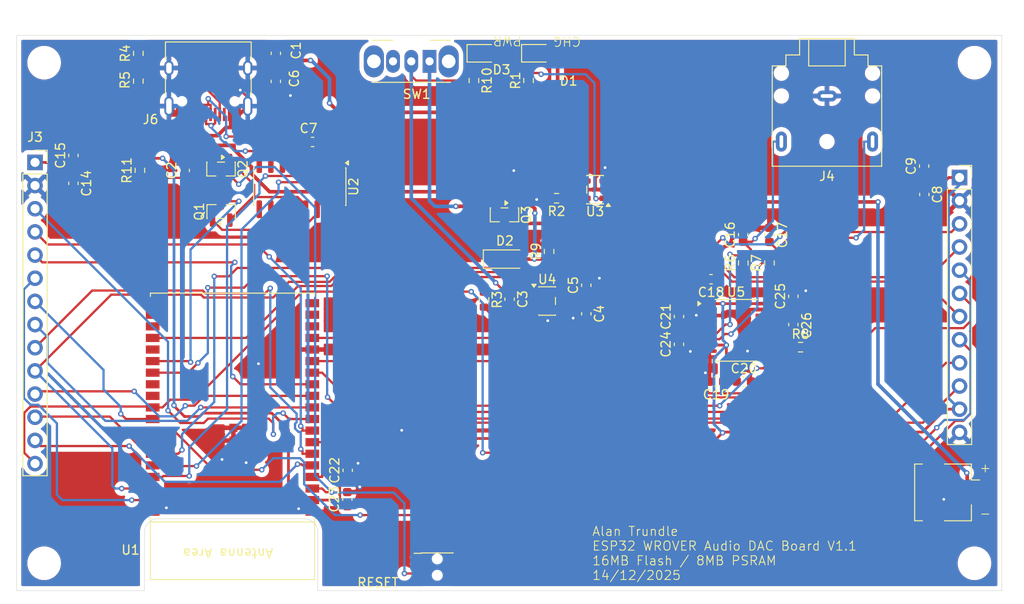
<source format=kicad_pcb>
(kicad_pcb (version 20241229) (generator "pcbnew") (generator_version "9.0")
  (layers (0 "F.Cu" signal) (2 "B.Cu" signal) (13 "F.Paste" user) (15 "B.Paste" user) (5 "F.SilkS" user "F.Silkscreen") (7 "B.SilkS" user "B.Silkscreen") (1 "F.Mask" user) (3 "B.Mask" user) (25 "Edge.Cuts" user))
  (net 0 "")
  (net 1 "+5V")
  (net 2 "GND")
  (net 3 "/EN")
  (net 4 "/REGIN")
  (net 5 "+3.3V")
  (net 6 "Net-(U2-V3)")
  (net 7 "Net-(D1-K)")
  (net 8 "/SWIN")
  (net 9 "Net-(D3-K)")
  (net 10 "Net-(U2-UD-)")
  (net 11 "Net-(U2-UD+)")
  (net 12 "Net-(J2-Pin_1)")
  (net 13 "/LCD_RS")
  (net 14 "/SCK")
  (net 15 "/LED")
  (net 16 "/MOSI")
  (net 17 "/MISO")
  (net 18 "/SD_CS")
  (net 19 "/LCD_RST")
  (net 20 "/LCD_CS")
  (net 21 "/CTP_RST")
  (net 22 "/CTP_SCL")
  (net 23 "/CTP_SDA")
  (net 24 "/CTP_INT")
  (net 25 "/LRCK")
  (net 26 "/BCK")
  (net 27 "/DATA")
  (net 28 "/GPI36")
  (net 29 "/GPI35")
  (net 30 "/BOOT")
  (net 31 "Net-(Q1-G)")
  (net 32 "Net-(Q1-S)")
  (net 33 "Net-(U3-STAT)")
  (net 34 "Net-(U3-PROG)")
  (net 35 "Net-(U4-EN)")
  (net 36 "/RX")
  (net 40 "/TX")
  (net 47 "Net-(C16-Pad1)")
  (net 48 "Net-(C17-Pad2)")
  (net 49 "Net-(U5-CAPM)")
  (net 50 "Net-(U5-CAPP)")
  (net 51 "Net-(U5-VNEG)")
  (net 52 "Net-(U5-LDOO)")
  (net 53 "Net-(U5-OUTL)")
  (net 54 "Net-(U5-OUTR)")
  (net 55 "Net-(U5-XSMT)")
  (net 56 "/GPIO19")
  (net 57 "/GPIO15")
  (net 58 "/GPIO4")
  (net 59 "Net-(J6-CC2)")
  (net 60 "Net-(J6-CC1)")
  (footprint "Capacitor_SMD:C_0603_1608Metric" (layer "F.Cu") (at 49.28 65.69 90)
    (property "Reference" "C22")
    (property "Value" "10uF" (hide yes))
  )
  (footprint "Resistor_SMD:R_0603_1608Metric" (layer "F.Cu") (at 71.36 41.695 90)
    (property "Reference" "R9")
    (property "Value" "100K" (hide yes))
  )
  (footprint "Package_TO_SOT_SMD:SOT-23-5" (layer "F.Cu") (at 71.15 47.1275)
    (property "Reference" "U4")
    (property "Value" "AP2112K-3.3" (hide yes))
  )
  (footprint "MountingHole:MountingHole_3.2mm_M3_ISO14580" (layer "F.Cu") (at 16 21)
    (property "Reference" "H1" (hide yes))
    (property "Value" "MountingHole" (hide yes))
  )
  (footprint "Button_Switch_SMD:SW_SPST_EVQP7C" (layer "F.Cu") (at 59.1 76.3)
    (property "Reference" "SW2" (hide yes))
    (property "Value" "RESET")
  )
  (footprint "Capacitor_SMD:C_0603_1608Metric" (layer "F.Cu") (at 92.72 55.96)
    (property "Reference" "C20")
    (property "Value" "10uF" (hide yes))
  )
  (footprint "Package_TO_SOT_SMD:SOT-23" (layer "F.Cu") (at 35.41 37.32 90)
    (property "Reference" "Q1")
    (property "Value" "AO3400A" (hide yes))
  )
  (footprint "Resistor_SMD:R_0603_1608Metric" (layer "F.Cu") (at 26.325 23.025 -90)
    (property "Reference" "R5")
    (property "Value" "5k1" (hide yes))
  )
  (footprint "MountingHole:MountingHole_3.2mm_M3_ISO14580" (layer "F.Cu") (at 16 75.88)
    (property "Reference" "H2" (hide yes))
    (property "Value" "MountingHole" (hide yes))
  )
  (footprint "Capacitor_SMD:C_0603_1608Metric" (layer "F.Cu") (at 95.5125 39.88 -90)
    (property "Reference" "C17")
    (property "Value" "2.2nF" (hide yes))
  )
  (footprint "Capacitor_SMD:C_0603_1608Metric" (layer "F.Cu") (at 67.03 46.93 -90)
    (property "Reference" "C3")
    (property "Value" "10uF" (hide yes))
  )
  (footprint "Capacitor_SMD:C_0603_1608Metric" (layer "F.Cu") (at 98.1425 49.71 -90)
    (property "Reference" "C26")
    (property "Value" "100nF" (hide yes))
  )
  (footprint "Capacitor_SMD:C_0603_1608Metric" (layer "F.Cu") (at 31.41 32.81 90)
    (property "Reference" "C2")
    (property "Value" "100nF" (hide yes))
  )
  (footprint "Capacitor_SMD:C_0603_1608Metric" (layer "F.Cu") (at 41.4 19.975 90)
    (property "Reference" "C1")
    (property "Value" "100nF" (hide yes))
  )
  (footprint "Package_SO:SOIC-16_3.9x9.9mm_P1.27mm" (layer "F.Cu") (at 44.03 34.59 -90)
    (property "Reference" "U2")
    (property "Value" "CH340C" (hide yes))
  )
  (footprint "Resistor_SMD:R_0603_1608Metric" (layer "F.Cu") (at 26.5 32.8 90)
    (property "Reference" "R11")
    (property "Value" "10K" (hide yes))
  )
  (footprint "Connector_PinSocket_2.54mm:PinSocket_1x12_P2.54mm_Vertical" (layer "F.Cu") (at 116.36 33.59)
    (property "Reference" "J5" (hide yes))
    (property "Value" "expansion")
  )
  (footprint "Resistor_SMD:R_0603_1608Metric" (layer "F.Cu") (at 64.23 46.98 -90)
    (property "Reference" "R3")
    (property "Value" "1k" (hide yes))
  )
  (footprint "Package_TO_SOT_SMD:SOT-23" (layer "F.Cu") (at 66.47 37.68 -90)
    (property "Reference" "Q3")
    (property "Value" "AO3401A" (hide yes))
  )
  (footprint "Capacitor_SMD:C_0603_1608Metric" (layer "F.Cu") (at 19.21 31.17 90)
    (property "Reference" "C15")
    (property "Value" "100nF" (hide yes))
  )
  (footprint "Capacitor_SMD:C_0603_1608Metric" (layer "F.Cu") (at 41.4 23.05 -90)
    (property "Reference" "C6")
    (property "Value" "10uF" (hide yes))
  )
  (footprint "Resistor_SMD:R_0603_1608Metric" (layer "F.Cu") (at 63.12 22.955 -90)
    (property "Reference" "R10")
    (property "Value" "220R" (hide yes))
  )
  (footprint "Capacitor_SMD:C_0603_1608Metric" (layer "F.Cu") (at 45.43 29.69)
    (property "Reference" "C7")
    (property "Value" "100nF" (hide yes))
  )
  (footprint "Capacitor_SMD:C_0603_1608Metric" (layer "F.Cu") (at 85.6 48.83 90)
    (property "Reference" "C21")
    (property "Value" "2.2uF" (hide yes))
  )
  (footprint "Resistor_SMD:R_0603_1608Metric" (layer "F.Cu") (at 26.325 19.975 90)
    (property "Reference" "R4")
    (property "Value" "5k1" (hide yes))
  )
  (footprint "Resistor_SMD:R_0603_1608Metric" (layer "F.Cu") (at 72.18 35.86 180)
    (property "Reference" "R2")
    (property "Value" "2.2k")
  )
  (footprint "Capacitor_SMD:C_0603_1608Metric" (layer "F.Cu") (at 92.6325 39.86 90)
    (property "Reference" "C16")
    (property "Value" "2.2nF" (hide yes))
  )
  (footprint "MountingHole:MountingHole_3.2mm_M3_ISO14580" (layer "F.Cu") (at 118 75.88)
    (property "Reference" "H4" (hide yes))
    (property "Value" "MountingHole" (hide yes))
  )
  (footprint "Capacitor_SMD:C_0603_1608Metric" (layer "F.Cu") (at 89.12 44.74 180)
    (property "Reference" "C18")
    (property "Value" "100nF")
  )
  (footprint "PCM_Espressif:ESP32-WROVER-E" (layer "F.Cu") (at 36.65 61.97 180)
    (property "Reference" "U1")
    (property "Value" "ESP32-WROVER-E" (hide yes))
  )
  (footprint "Capacitor_SMD:C_0603_1608Metric" (layer "F.Cu") (at 98.1425 46.61 90)
    (property "Reference" "C25")
    (property "Value" "100nF" (hide yes))
  )
  (footprint "Package_TO_SOT_SMD:SOT-23" (layer "F.Cu") (at 35.39 32.66 -90)
    (property "Reference" "Q2")
    (property "Value" "AO3400A" (hide yes))
  )
  (footprint "Capacitor_SMD:C_0603_1608Metric" (layer "F.Cu") (at 85.6 51.88 90)
    (property "Reference" "C24")
    (property "Value" "2.2uF" (hide yes))
  )
  (footprint "Button_Switch_THT:SW_Slide_SPDT_Angled_CK_OS102011MA1Q" (layer "F.Cu") (at 58.25 20.85 180)
    (property "Reference" "SW1")
    (property "Value" "SW_SPST" (hide yes))
  )
  (footprint "MountingHole:MountingHole_3.2mm_M3_ISO14580" (layer "F.Cu") (at 118 21)
    (property "Reference" "H3" (hide yes))
    (property "Value" "MountingHole" (hide yes))
  )
  (footprint "LED_SMD:LED_0805_2012Metric" (layer "F.Cu") (at 70.03 19.965)
    (property "Reference" "D1")
    (property "Value" "Charge" (hide yes))
  )
  (footprint "Capacitor_SMD:C_0603_1608Metric" (layer "F.Cu") (at 75.44 48.53 -90)
    (property "Reference" "C4")
    (property "Value" "10uF" (hide yes))
  )
  (footprint "Connector_Audio:Jack_3.5mm_CUI_SJ1-3523N_Horizontal" (layer "F.Cu") (at 101.825 24.65 180)
    (property "Reference" "J4")
    (property "Value" "AudioJack3" (hide yes))
  )
  (footprint "Resistor_SMD:R_0603_1608Metric" (layer "F.Cu") (at 69.11 22.955 90)
    (property "Reference" "R1")
    (property "Value" "1k" (hide yes))
  )
  (footprint "Capacitor_SMD:C_0603_1608Metric" (layer "F.Cu") (at 112.5 35.45 -90)
    (property "Reference" "C8")
    (property "Value" "10uF" (hide yes))
  )
  (footprint "Package_SO:TSSOP-20_4.4x6.5mm_P0.65mm" (layer "F.Cu") (at 91.86 50.34)
    (property "Reference" "U5")
    (property "Value" "PCM5102A" (hide yes))
  )
  (footprint "Capacitor_SMD:C_0603_1608Metric" (layer "F.Cu") (at 75.44 45.4 90)
    (property "Reference" "C5")
    (property "Value" "100nF" (hide yes))
  )
  (footprint "Capacitor_SMD:C_0603_1608Metric" (layer "F.Cu") (at 112.48 32.33 90)
    (property "Reference" "C9")
    (property "Value" "100nF" (hide yes))
  )
  (footprint "Connector_USB:USB_C_Receptacle_HRO_TYPE-C-31-M-12" (layer "F.Cu") (at 34 22.63 180)
    (property "Reference" "J6")
    (property "Value" "USB_C_Receptacle_USB2.0_14P" (hide yes))
  )
  (footprint "Capacitor_SMD:C_0603_1608Metric" (layer "F.Cu") (at 89.67 55.96 180)
    (property "Reference" "C19")
    (property "Value" "100nF" (hide yes))
  )
  (footprint "Diode_SMD:D_SOD-123" (layer "F.Cu") (at 66.51 42.53)
    (property "Reference" "D2")
    (property "Value" "MBR0520" (hide yes))
  )
  (footprint "Package_TO_SOT_SMD:SOT-23-5" (layer "F.Cu") (at 76.4 34.92 180)
    (property "Reference" "U3")
    (property "Value" "MCP73831-2-OT" (hide yes))
  )
  (footprint "Connector_JST:JST_ZH_S2B-ZR-SM4A-TF_1x02-1MP_P1.50mm_Horizontal" (layer "F.Cu") (at 115.55 68.11 -90)
    (property "Reference" "J2" (hide yes))
    (property "Value" "Lipo 1S" (hide yes))
  )
  (footprint "Resistor_SMD:R_0603_1608Metric" (layer "F.Cu") (at 92.6525 42.95 90)
    (property "Reference" "R6")
    (property "Value" "470R" (hide yes))
  )
  (footprint "Capacitor_SMD:C_0603_1608Metric" (layer "F.Cu") (at 19.21 34.23 -90)
    (property "Reference" "C14")
    (property "Value" "10uF" (hide yes))
  )
  (footprint "LED_SMD:LED_0805_2012Metric" (layer "F.Cu") (at 64.05 19.97)
    (property "Reference" "D3")
    (property "Value" "LED" (hide yes))
  )
  (footprint "Capacitor_SMD:C_0603_1608Metric" (layer "F.Cu") (at 49.24 68.85 90)
    (property "Reference" "C23")
    (property "Value" "100nF" (hide yes))
  )
  (footprint "Resistor_SMD:R_0603_1608Metric" (layer "F.Cu") (at 95.5225 42.96 90)
    (property "Reference" "R7")
    (property "Value" "470R" (hide yes))
  )
  (footprint "Connector_PinSocket_2.54mm:PinSocket_1x14_P2.54mm_Vertical" (layer "F.Cu") (at 15 31.93)
    (property "Reference" "J3")
    (property "Value" "Display")
  )
  (footprint "Resistor_SMD:R_0603_1608Metric" (layer "F.Cu") (at 98.93 52.19)
    (property "Reference" "R8")
    (property "Value" "10K" (hide yes))
  )
  (gr_line (start 27 78.88) (end 27 72.5) (stroke (width 0.05)) (layer "Edge.Cuts"))
  (gr_line (start 13 18) (end 121 18) (stroke (width 0.05)) (layer "Edge.Cuts"))
  (gr_line (start 46 72.5) (end 46 78.88) (stroke (width 0.05)) (layer "Edge.Cuts"))
  (gr_line (start 46 78.88) (end 121 78.88) (stroke (width 0.05)) (layer "Edge.Cuts"))
  (gr_line (start 13 78.88) (end 27 78.88) (stroke (width 0.05)) (layer "Edge.Cuts"))
  (gr_arc (start 27 72.5) (mid 27.43934 71.43934) (end 28.5 71) (stroke (width 0.05)) (layer "Edge.Cuts"))
  (gr_arc (start 44.5 71) (mid 45.56066 71.43934) (end 46 72.5) (stroke (width 0.05)) (layer "Edge.Cuts"))
  (gr_line (start 121 18) (end 121 78.88) (stroke (width 0.05)) (layer "Edge.Cuts"))
  (gr_line (start 28.5 71) (end 44.5 71) (stroke (width 0.05)) (layer "Edge.Cuts"))
  (gr_line (start 13 18) (end 13 78.88) (stroke (width 0.05)) (layer "Edge.Cuts"))
  (gr_text "PWR" (at 68.42 18.02 180) (layer "F.SilkS") (effects (font (size 1 1) (thickness 0.1)) (justify left bottom)))
  (gr_text "+" (at 118.5 66 0) (layer "F.SilkS") (effects (font (size 1 1) (thickness 0.1)) (justify left bottom)))
  (gr_text "CHG" (at 74.92 18.08 180) (layer "F.SilkS") (effects (font (size 1 1) (thickness 0.1)) (justify left bottom)))
  (gr_text "-" (at 118.5 71 0) (layer "F.SilkS") (effects (font (size 1 1) (thickness 0.1)) (justify left bottom)))
  (gr_text "Alan Trundle\nESP32 WROVER Audio DAC Board V1.1\n16MB Flash / 8MB PSRAM\n14/12/2025" (at 76.03 77.79 0) (layer "F.SilkS") (effects (font (size 1 1) (thickness 0.1)) (justify left bottom)))
  (segment (start 35.0101 29) (end 35.3278 28.6823) (width 0.4) (layer "F.Cu") (net 1))
  (segment (start 45.21 20.75) (end 41.4 20.75) (width 0.4) (layer "F.Cu") (net 1))
  (segment (start 39.6 23.6) (end 40.925 22.275) (width 0.4) (layer "F.Cu") (net 1))
  (segment (start 67.4615 36.701) (end 67.42 36.7425) (width 0.4) (layer "F.Cu") (net 1))
  (segment (start 32.8233 29) (end 35.0101 29) (width 0.4) (layer "F.Cu") (net 1))
  (segment (start 70.9675 19.965) (end 72.3 21.2975) (width 0.4) (layer "F.Cu") (net 1))
  (segment (start 69.501 36.701) (end 67.4615 36.701) (width 0.4) (layer "F.Cu") (net 1))
  (segment (start 40.716319 35.1477) (end 48.8 35.1477) (width 0.4) (layer "F.Cu") (net 1))
  (segment (start 48.485641 36.606641) (end 48.485641 35.1477) (width 0.4) (layer "F.Cu") (net 1))
  (segment (start 31.55 26.675) (end 31.55 27.7267) (width 0.4) (layer "F.Cu") (net 1))
  (segment (start 75.2625 33.97) (end 68.33 33.97) (width 0.4) (layer "F.Cu") (net 1))
  (segment (start 34.100551 30.012819) (end 34.153409 30.065677) (width 0.4) (layer "F.Cu") (net 1))
  (segment (start 39.6 27.4) (end 39.6 23.6) (width 0.4) (layer "F.Cu") (net 1))
  (segment (start 36.45 26.675) (end 36.45 28.055) (width 0.4) (layer "F.Cu") (net 1))
  (segment (start 35.9051 28.105) (end 38.895 28.105) (width 0.4) (layer "F.Cu") (net 1))
  (segment (start 67.42 35.1477) (end 67.42 36.7425) (width 0.4) (layer "F.Cu") (net 1))
  (segment (start 48.475 37.065) (end 48.7095 36.8305) (width 0.4) (layer "F.Cu") (net 1))
  (segment (start 38.895 28.105) (end 39.6 27.4) (width 0.4) (layer "F.Cu") (net 1))
  (segment (start 31.55 27.7267) (end 32.8233 29) (width 0.4) (layer "F.Cu") (net 1))
  (segment (start 48.485641 35.1477) (end 67.42 35.1477) (width 0.4) (layer "F.Cu") (net 1))
  (segment (start 69.7476 42.52) (end 71.36 42.52) (width 0.4) (layer "F.Cu") (net 1))
  (segment (start 34.100551 29) (end 34.100551 30.012819) (width 0.4) (layer "F.Cu") (net 1))
  (segment (start 35.3278 28.6823) (end 35.9051 28.105) (width 0.4) (layer "F.Cu") (net 1))
  (segment (start 34.153409 30.065677) (end 36.818586 30.065677) (width 0.4) (layer "F.Cu") (net 1))
  (segment (start 41.4 22.275) (end 41.4 20.75) (width 0.4) (layer "F.Cu") (net 1))
  (segment (start 48.7095 36.8305) (end 48.485641 36.606641) (width 0.4) (layer "F.Cu") (net 1))
  (segment (start 72.3 21.2975) (end 72.3 26.44) (width 0.4) (layer "F.Cu") (net 1))
  (segment (start 69.8 37) (end 69.501 36.701) (width 0.4) (layer "F.Cu") (net 1))
  (segment (start 41.4 22.275) (end 40.876866 22.275) (width 0.4) (layer "F.Cu") (net 1))
  (segment (start 38.7288 33.160181) (end 40.716319 35.1477) (width 0.4) (layer "F.Cu") (net 1))
  (segment (start 72.3 26.44) (end 48.3 26.44) (width 0.4) (layer "F.Cu") (net 1))
  (segment (start 35.3278 28.6823) (end 35.3277 28.6823) (width 0.4) (layer "F.Cu") (net 1))
  (segment (start 67.42 34.88) (end 67.42 36.7425) (width 0.4) (layer "F.Cu") (net 1))
  (segment (start 36.818586 30.065677) (end 36.818586 30.518586) (width 0.4) (layer "F.Cu") (net 1))
  (segment (start 69.7376 42.53) (end 68.16 42.53) (width 0.4) (layer "F.Cu") (net 1))
  (segment (start 40.925 22.275) (end 41.4 22.275) (width 0.4) (layer "F.Cu") (net 1))
  (segment (start 69.7476 42.52) (end 69.7376 42.53) (width 0.4) (layer "F.Cu") (net 1))
  (segment (start 48.3 26.44) (end 47.29 25.43) (width 0.4) (layer "F.Cu") (net 1))
  (segment (start 68.33 33.97) (end 67.42 34.88) (width 0.4) (layer "F.Cu") (net 1))
  (segment (start 36.45 28.055) (end 36.4 28.105) (width 0.4) (layer "F.Cu") (net 1))
  (segment (start 69.8 37.5) (end 69.8 37) (width 0.4) (layer "F.Cu") (net 1))
  (segment (start 36.818586 30.518586) (end 38.7288 32.4288) (width 0.4) (layer "F.Cu") (net 1))
  (segment (start 38.7288 32.4288) (end 38.7288 33.160181) (width 0.4) (layer "F.Cu") (net 1))
  (segment (start 48.475 36.596) (end 48.7095 36.8305) (width 0.4) (layer "F.Cu") (net 1))
  (via (at 47.29 25.43) (size 0.6) (drill 0.3) (layers "F.Cu" "B.Cu") (net 1))
  (via (at 69.7476 42.52) (size 0.6) (drill 0.3) (layers "F.Cu" "B.Cu") (net 1))
  (via (at 45.21 20.75) (size 0.6) (drill 0.3) (layers "F.Cu" "B.Cu") (net 1))
  (via (at 69.8 37.5) (size 0.6) (drill 0.3) (layers "F.Cu" "B.Cu") (net 1))
  (segment (start 45.3 20.75) (end 47.29 22.74) (width 0.4) (layer "B.Cu") (net 1))
  (segment (start 69.8 42.4676) (end 69.7476 42.52) (width 0.4) (layer "B.Cu") (net 1))
  (segment (start 47.29 22.74) (end 47.29 25.43) (width 0.4) (layer "B.Cu") (net 1))
  (segment (start 45.21 20.75) (end 45.3 20.75) (width 0.4) (layer "B.Cu") (net 1))
  (segment (start 69.8 37.5) (end 69.8 42.4676) (width 0.4) (layer "B.Cu") (net 1))
  (segment (start 114.64 68.86) (end 114.63 68.87) (width 0.25) (layer "F.Cu") (net 2))
  (segment (start 88.895 55.395) (end 88.5 55) (width 0.25) (layer "F.Cu") (net 2))
  (segment (start 87.455 53.265) (end 86.845 52.655) (width 0.4) (layer "F.Cu") (net 2))
  (segment (start 93.365 53.265) (end 93.115 53.015) (width 0.4) (layer "F.Cu") (net 2))
  (segment (start 103.3251 27.0768) (end 108.0018 27.0768) (width 0.25) (layer "F.Cu") (net 2))
  (segment (start 76.4 33.6) (end 77.5 32.5) (width 0.4) (layer "F.Cu") (net 2))
  (segment (start 88.9975 53.265) (end 87.455 53.265) (width 0.4) (layer "F.Cu") (net 2))
  (segment (start 29.68 26.1) (end 29.68 25.76) (width 0.25) (layer "F.Cu") (net 2))
  (segment (start 30.75 27.1367) (end 30.75 26.675) (width 0.25) (layer "F.Cu") (net 2))
  (segment (start 50.6 67.5) (end 50.025 68.075) (width 0.3) (layer "F.Cu") (net 2))
  (segment (start 101.825 25.5767) (end 103.3251 27.0768) (width 0.25) (layer "F.Cu") (net 2))
  (segment (start 41.445 23.78) (end 41.4 23.825) (width 0.4) (layer "F.Cu") (net 2))
  (segment (start 41.4 24.885) (end 41.4 23.825) (width 0.4) (layer "F.Cu") (net 2))
  (segment (start 71.217038 49.282962) (end 71.217038 47.669539) (width 0.4) (layer "F.Cu") (net 2))
  (segment (start 93.495 55.96) (end 93.495 54.995) (width 0.25) (layer "F.Cu") (net 2))
  (segment (start 43 24.6) (end 43 23.825) (width 0.4) (layer "F.Cu") (net 2))
  (segment (start 30.595 26.675) (end 30.02 26.1) (width 0.4) (layer "F.Cu") (net 2))
  (segment (start 43 23.825) (end 41.4 23.825) (width 0.4) (layer "F.Cu") (net 2))
  (segment (start 92.715 50.015) (end 92.6 49.9) (width 0.4) (layer "F.Cu") (net 2))
  (segment (start 88.9975 48.715) (end 92.6 48.715) (width 0.4) (layer "F.Cu") (net 2))
  (segment (start 46.205 29.69) (end 47.89 29.69) (width 0.4) (layer "F.Cu") (net 2))
  (segment (start 88.9975 52.615) (end 88.9975 53.265) (width 0.25) (layer "F.Cu") (net 2))
  (segment (start 74.305 49.305) (end 75.44 49.305) (width 0.4) (layer "F.Cu") (net 2))
  (segment (start 92.835 48.065) (end 94.7225 48.065) (width 0.4) (layer "F.Cu") (net 2))
  (segment (start 71.217038 47.669539) (end 70.674999 47.1275) (width 0.4) (layer "F.Cu") (net 2))
  (segment (start 48.475 30.275) (end 48.475 32.115) (width 0.4) (layer "F.Cu") (net 2))
  (segment (start 101.825 24.65) (end 101.825 25.5767) (width 0.25) (layer "F.Cu") (net 2))
  (segment (start 37.25 26.675) (end 37.405 26.675) (width 0.25) (layer "F.Cu") (net 2))
  (segment (start 50.025 68.075) (end 50 68.075) (width 0.25) (layer "F.Cu") (net 2))
  (segment (start 92.6525 39.105) (end 92.6325 39.085) (width 0.25) (layer "F.Cu") (net 2))
  (segment (start 37.405 26.675) (end 38.32 25.76) (width 0.4) (layer "F.Cu") (net 2))
  (segment (start 74 49) (end 74.305 49.305) (width 0.4) (layer "F.Cu") (net 2))
  (segment (start 108.0018 27.0768) (end 112.48 31.555) (width 0.25) (layer "F.Cu") (net 2))
  (segment (start 77.5375 34.92) (end 76.4 34.92) (width 0.4) (layer "F.Cu") (net 2))
  (segment (start 87.525 48.715) (end 87.5 48.69) (width 0.4) (layer "F.Cu") (net 2))
  (segment (start 77.5375 34.92) (end 72.295 34.92) (width 0.4) (layer "F.Cu") (net 2))
  (segment (start 75.44 44.625) (end 76.875 44.625) (width 0.4) (layer "F.Cu") (net 2))
  (segment (start 92.6 48.715) (end 92.6 48.3) (width 0.4) (layer "F.Cu") (net 2))
  (segment (start 93.115 50.015) (end 93.115 52.615) (width 0.4) (layer "F.Cu") (net 2))
  (segment (start 92.6 48.3) (end 92.835 48.065) (width 0.4) (layer "F.Cu") (net 2))
  (segment (start 99.265 50.485) (end 99.27 50.49) (width 0.25) (layer "F.Cu") (net 2))
  (segment (start 98.1425 50.485) (end 99.265 50.485) (width 0.4) (layer "F.Cu") (net 2))
  (segment (start 89.895 45.895) (end 90 46) (width 0.25) (layer "F.Cu") (net 2))
  (segment (start 76.4 34.92) (end 76.4 33.6) (width 0.4) (layer "F.Cu") (net 2))
  (segment (start 89.895 44.74) (end 89.895 45.895) (width 0.25) (layer "F.Cu") (net 2))
  (segment (start 63.12 23.78) (end 41.445 23.78) (width 0.4) (layer "F.Cu") (net 2))
  (segment (start 93.115 53.015) (end 93.115 52.615) (width 0.4) (layer "F.Cu") (net 2))
  (segment (start 67.6075 47.1275) (end 70.0125 47.1275) (width 0.4) (layer "F.Cu") (net 2))
  (segment (start 93.495 54.995) (end 93 54.5) (width 0.25) (layer "F.Cu") (net 2))
  (segment (start 72.295 34.92) (end 71.355 35.86) (width 0.4) (layer "F.Cu") (net 2))
  (segment (start 93.115 50.015) (end 92.715 50.015) (width 0.4) (layer "F.Cu") (net 2))
  (segment (start 38.15 64.85) (end 38.15 61.03) (width 0.25) (layer "F.Cu") (net 2))
  (segment (start 94.7225 50.015) (end 93.115 50.015) (width 0.4) (layer "F.Cu") (net 2))
  (segment (start 86.845 52.655) (end 85.6 52.655) (width 0.4) (layer "F.Cu") (net 2))
  (segment (start 46.205 29.69) (end 41.4 24.885) (width 0.4) (layer "F.Cu") (net 2))
  (segment (start 38.32 25.76) (end 38.32 21.58) (width 0.25) (layer "F.Cu") (net 2))
  (segment (start 38.32 25.76) (end 38.32 24.82) (width 0.25) (layer "F.Cu") (net 2))
  (segment (start 88.9975 48.715) (end 87.525 48.715) (width 0.4) (layer "F.Cu") (net 2))
  (segment (start 93.115 52.615) (end 94.7225 52.615) (width 0.4) (layer "F.Cu") (net 2))
  (segment (start 49.24 68.075) (end 50 68.075) (width 0.3) (layer "F.Cu") (net 2))
  (segment (start 67.03 47.705) (end 67.6075 47.1275) (width 0.4) (layer "F.Cu") (net 2))
  (segment (start 38.32 24.82) (end 37.5 24) (width 0.25) (layer "F.Cu") (net 2))
  (segment (start 50.415 64.915) (end 49.28 64.915) (width 0.3) (layer "F.Cu") (net 2))
  (segment (start 88.895 55.96) (end 88.895 55.395) (width 0.25) (layer "F.Cu") (net 2))
  (segment (start 94.7225 53.265) (end 93.365 53.265) (width 0.4) (layer "F.Cu") (net 2))
  (segment (start 117.2 68.86) (end 114.64 68.86) (width 0.25) (layer "F.Cu") (net 2))
  (segment (start 47.89 29.69) (end 48.475 30.275) (width 0.4) (layer "F.Cu") (net 2))
  (segment (start 30.75 26.675) (end 30.595 26.675) (width 0.25) (layer "F.Cu") (net 2))
  (segment (start 92.6 49.9) (end 92.6 48.715) (width 0.4) (layer "F.Cu") (net 2))
  (segment (start 30.02 26.1) (end 29.68 26.1) (width 0.25) (layer "F.Cu") (net 2))
  (segment (start 70.674999 47.1275) (end 70.0125 47.1275) (width 0.4) (layer "F.Cu") (net 2))
  (via (at 99.5 46) (size 0.6) (drill 0.3) (layers "F.Cu" "B.Cu") (net 2))
  (via (at 87.5 48.69) (size 0.6) (drill 0.3) (layers "F.Cu" "B.Cu") (net 2))
  (via (at 86.845 52.655) (size 0.6) (drill 0.3) (layers "F.Cu" "B.Cu") (net 2))
  (via (at 93 54.5) (size 0.6) (drill 0.3) (layers "F.Cu" "B.Cu") (net 2))
  (via (at 38.15 64.85) (size 0.6) (drill 0.3) (layers "F.Cu" "B.Cu") (net 2))
  (via (at 88.5 55) (size 0.6) (drill 0.3) (layers "F.Cu" "B.Cu") (net 2))
  (via (at 93.115 52.615) (size 0.6) (drill 0.3) (layers "F.Cu" "B.Cu") (net 2))
  (via (at 77.5 32.5) (size 0.6) (drill 0.3) (layers "F.Cu" "B.Cu") (net 2))
  (via (at 76.875 44.625) (size 0.6) (drill 0.3) (layers "F.Cu" "B.Cu") (net 2))
  (via (at 74 49) (size 0.6) (drill 0.3) (layers "F.Cu" "B.Cu") (net 2))
  (via (at 29.4 69.8) (size 0.6) (drill 0.3) (layers "F.Cu" "B.Cu") (net 2))
  (via (at 90 46) (size 0.6) (drill 0.3) (layers "F.Cu" "B.Cu") (net 2))
  (via (at 43.9 69.9) (size 0.6) (drill 0.3) (layers "F.Cu" "B.Cu") (net 2))
  (via (at 50.6 67.5) (size 0.6) (drill 0.3) (layers "F.Cu" "B.Cu") (net 2))
  (via (at 55.2 61.3) (size 0.6) (drill 0.3) (layers "F.Cu" "B.Cu") (net 2))
  (via (at 70 36) (size 0.6) (drill 0.3) (layers "F.Cu" "B.Cu") (net 2))
  (via (at 99.27 50.49) (size 0.6) (drill 0.3) (layers "F.Cu" "B.Cu") (net 2))
  (via (at 114.63 68.87) (size 0.6) (drill 0.3) (layers "F.Cu" "B.Cu") (net 2))
  (via (at 39.5 54) (size 0.6) (drill 0.3) (layers "F.Cu" "B.Cu") (net 2))
  (via (at 37.5 24) (size 0.6) (drill 0.3) (layers "F.Cu" "B.Cu") (net 2))
  (via (at 67.49 32.83) (size 0.6) (drill 0.3) (layers "F.Cu" "B.Cu") (net 2))
  (via (at 35.5 64.5) (size 0.6) (drill 0.3) (layers "F.Cu" "B.Cu") (net 2))
  (via (at 43 24.6) (size 0.6) (drill 0.3) (layers "F.Cu" "B.Cu") (net 2))
  (via (at 71.217038 49.282962) (size 0.6) (drill 0.3) (layers "F.Cu" "B.Cu") (net 2))
  (via (at 50.415 64.915) (size 0.6) (drill 0.3) (layers "F.Cu" "B.Cu") (net 2))
  (segment (start 58.206 77.926) (end 59.994 77.926) (width 0.25) (layer "F.Cu") (net 3))
  (segment (start 45.9384 67.685) (end 46.4767 67.685) (width 0.25) (layer "F.Cu") (net 3))
  (segment (start 45.9384 67.685) (end 45.4 67.685) (width 0.25) (layer "F.Cu") (net 3))
  (segment (start 34.088678 30.659) (end 34.791322 30.659) (width 0.25) (layer "F.Cu") (net 3))
  (segment (start 46.4767 67.685) (end 46.8795 68.0878) (width 0.25) (layer "F.Cu") (net 3))
  (segment (start 46.8795 68.0878) (end 47.5225 68.0878) (width 0.25) (layer "F.Cu") (net 3))
  (segment (start 31.41 33.585) (end 31.41 33.337678) (width 0.25) (layer "F.Cu") (net 3))
  (segment (start 26.5 33.625) (end 31.37 33.625) (width 0.25) (layer "F.Cu") (net 3))
  (segment (start 34.791322 30.659) (end 35.39 31.257678) (width 0.25) (layer "F.Cu") (net 3))
  (segment (start 31.37 33.625) (end 31.41 33.585) (width 0.25) (layer "F.Cu") (net 3))
  (segment (start 57.3 77.02) (end 58.206 77.926) (width 0.25) (layer "F.Cu") (net 3))
  (segment (start 36.6019 33.5975) (end 35.39 33.5975) (width 0.25) (layer "F.Cu") (net 3))
  (segment (start 59.994 77.926) (end 60.9 77.02) (width 0.25) (layer "F.Cu") (net 3))
  (segment (start 37.3301 34.3257) (end 36.6019 33.5975) (width 0.25) (layer "F.Cu") (net 3))
  (segment (start 35.39 31.257678) (end 35.39 33.5975) (width 0.25) (layer "F.Cu") (net 3))
  (segment (start 31.41 33.337678) (end 34.088678 30.659) (width 0.25) (layer "F.Cu") (net 3))
  (segment (start 55.5 77) (end 57.28 77) (width 0.25) (layer "F.Cu") (net 3))
  (segment (start 57.28 77) (end 57.3 77.02) (width 0.25) (layer "F.Cu") (net 3))
  (via (at 47.5225 68.0878) (size 0.6) (drill 0.3) (layers "F.Cu" "B.Cu") (net 3))
  (via (at 37.3301 34.3257) (size 0.6) (drill 0.3) (layers "F.Cu" "B.Cu") (net 3))
  (via (at 55.5 77) (size 0.6) (drill 0.3) (layers "F.Cu" "B.Cu") (net 3))
  (segment (start 39.218054 32.437746) (end 41.262846 32.437746) (width 0.25) (layer "B.Cu") (net 3))
  (segment (start 55.5 77) (end 55.5 69.3) (width 0.25) (layer "B.Cu") (net 3))
  (segment (start 41.262846 32.437746) (end 45.7119 36.8868) (width 0.25) (layer "B.Cu") (net 3))
  (segment (start 55.5 69.3) (end 54.326 68.126) (width 0.25) (layer "B.Cu") (net 3))
  (segment (start 37.3301 34.3257) (end 39.218054 32.437746) (width 0.25) (layer "B.Cu") (net 3))
  (segment (start 47.5607 68.126) (end 47.5225 68.0878) (width 0.25) (layer "B.Cu") (net 3))
  (segment (start 54.326 68.126) (end 47.5607 68.126) (width 0.25) (layer "B.Cu") (net 3))
  (segment (start 45.7119 36.8868) (end 45.7119 66.2772) (width 0.25) (layer "B.Cu") (net 3))
  (segment (start 45.7119 66.2772) (end 47.5225 68.0878) (width 0.25) (layer "B.Cu") (net 3))
  (segment (start 56.25 20.85) (end 56.25 22.4267) (width 0.25) (layer "F.Cu") (net 4))
  (segment (start 64.9875 19.97) (end 64.9875 21.5001) (width 0.25) (layer "F.Cu") (net 4))
  (segment (start 63.5326 22.955) (end 56.7783 22.955) (width 0.25) (layer "F.Cu") (net 4))
  (segment (start 56.7783 22.955) (end 56.25 22.4267) (width 0.25) (layer "F.Cu") (net 4))
  (segment (start 67.0179 46.1429) (end 67.03 46.155) (width 0.25) (layer "F.Cu") (net 4))
  (segment (start 70.0125 46.1775) (end 69.99 46.155) (width 0.25) (layer "F.Cu") (net 4))
  (segment (start 64.23 46.155) (end 67.03 46.155) (width 0.25) (layer "F.Cu") (net 4))
  (segment (start 69.99 46.155) (end 67.03 46.155) (width 0.25) (layer "F.Cu") (net 4))
  (segment (start 64.9875 21.5001) (end 63.5326 22.955) (width 0.25) (layer "F.Cu") (net 4))
  (segment (start 66.5179 46.1429) (end 67.0179 46.1429) (width 0.25) (layer "F.Cu") (net 4))
  (segment (start 65.5 45.125) (end 66.5179 46.1429) (width 0.25) (layer "F.Cu") (net 4))
  (via (at 65.5 45.125) (size 0.6) (drill 0.3) (layers "F.Cu" "B.Cu") (net 4))
  (segment (start 65.5 45.125) (end 65.5 45.1) (width 0.4) (layer "B.Cu") (net 4))
  (segment (start 65.5 45.1) (end 56.25 35.85) (width 0.4) (layer "B.Cu") (net 4))
  (segment (start 56.25 35.85) (end 56.25 20.85) (width 0.4) (layer "B.Cu") (net 4))
  (segment (start 15.475 31.93) (end 15 31.93) (width 0.3) (layer "F.Cu") (net 5))
  (segment (start 44.3233 68.955) (end 42.7848 67.4165) (width 0.3) (layer "F.Cu") (net 5))
  (segment (start 28.9842 31.4812) (end 26.9938 31.4812) (width 0.3) (layer "F.Cu") (net 5))
  (segment (start 90.6285 51.9649) (end 89.7115 51.9649) (width 0.3) (layer "F.Cu") (net 5))
  (segment (start 84.639534 47.755) (end 85.115534 47.279) (width 0.25) (layer "F.Cu") (net 5))
  (segment (start 75.4375 46.1775) (end 75.44 46.175) (width 0.4) (layer "F.Cu") (net 5))
  (segment (start 33.0564 59.7892) (end 31.3892 59.7892) (width 0.3) (layer "F.Cu") (net 5))
  (segment (start 15.475 31.93) (end 16.1767 31.93) (width 0.3) (layer "F.Cu") (net 5))
  (segment (start 90.445 55.96) (end 91.945 55.96) (width 0.3) (layer "F.Cu") (net 5))
  (segment (start 114.0983 34.675) (end 112.5 34.675) (width 0.3) (layer "F.Cu") (net 5))
  (segment (start 75.5 46.24) (end 75.4375 46.1775) (width 0.4) (layer "F.Cu") (net 5))
  (segment (start 88.5 44.895) (end 88.345 44.74) (width 0.25) (layer "F.Cu") (net 5))
  (segment (start 26.9938 31.4812) (end 26.5 31.975) (width 0.3) (layer "F.Cu") (net 5))
  (segment (start 19.21 33.455) (end 19.21 32.005) (width 0.3) (layer "F.Cu") (net 5))
  (segment (start 90.8 51.965) (end 89.7115 51.965) (width 0.3) (layer "F.Cu") (net 5))
  (segment (start 88.9975 47.415) (end 90.4089 47.415) (width 0.3) (layer "F.Cu") (net 5))
  (segment (start 75.5 47.695) (end 75.5 46.24) (width 0.4) (layer "F.Cu") (net 5))
  (segment (start 16.1917 31.945) (end 16.1767 31.93) (width 0.3) (layer "F.Cu") (net 5))
  (segment (start 48.4278 64.151395) (end 48.4278 65.6128) (width 0.3) (layer "F.Cu") (net 5))
  (segment (start 19.24 31.975) (end 19.21 31.945) (width 0.3) (layer "F.Cu") (net 5))
  (segment (start 48.4278 65.6128) (end 49.28 66.465) (width 0.3) (layer "F.Cu") (net 5))
  (segment (start 112.5 34.675) (end 112.48 34.655) (width 0.3) (layer "F.Cu") (net 5))
  (segment (start 116.36 33.59) (end 115.1833 33.59) (width 0.3) (layer "F.Cu") (net 5))
  (segment (start 45.4 68.955) (end 44.3233 68.955) (width 0.3) (layer "F.Cu") (net 5))
  (segment (start 90.5 54.1) (end 90.8 53.8) (width 0.3) (layer "F.Cu") (net 5))
  (segment (start 90.8 53.8) (end 90.8 51.965) (width 0.3) (layer "F.Cu") (net 5))
  (segment (start 112.3 61.5) (end 90.4483 61.5) (width 0.3) (layer "F.Cu") (net 5))
  (segment (start 100 47.59) (end 99.795 47.385) (width 0.3) (layer "F.Cu") (net 5))
  (segment (start 99.855 51.955) (end 100 51.81) (width 0.3) (layer "F.Cu") (net 5))
  (segment (start 89.7481 62.2) (end 50.379195 62.2) (width 0.3) (layer "F.Cu") (net 5))
  (segment (start 72.2875 46.1775) (end 75.4375 46.1775) (width 0.4) (layer "F.Cu") (net 5))
  (segment (start 75.7312 47.755) (end 84.639534 47.755) (width 0.25) (layer "F.Cu") (net 5))
  (segment (start 98.1425 47.385) (end 98.1125 47.415) (width 0.3) (layer "F.Cu") (net 5))
  (segment (start 99.795 47.385) (end 98.1425 47.385) (width 0.3) (layer "F.Cu") (net 5))
  (segment (start 26.5 31.975) (end 19.24 31.975) (width 0.3) (layer "F.Cu") (net 5))
  (segment (start 19.21 32.005) (end 19.24 31.975) (width 0.3) (layer "F.Cu") (net 5))
  (segment (start 31.3892 59.7892) (end 30.2371 58.6371) (width 0.3) (layer "F.Cu") (net 5))
  (segment (start 90.4483 61.5) (end 90.3753 61.573) (width 0.3) (layer "F.Cu") (net 5))
  (segment (start 90.3753 61.573) (end 90.3751 61.573) (width 0.3) (layer "F.Cu") (net 5))
  (segment (start 75.7312 47.4638) (end 75.7312 47.755) (width 0.25) (layer "F.Cu") (net 5))
  (segment (start 30.2371 58.6371) (end 30.2371 58.5739) (width 0.3) (layer "F.Cu") (net 5))
  (segment (start 86.084466 47.279) (end 86.205466 47.4) (width 0.25) (layer "F.Cu") (net 5))
  (segment (start 115.1833 33.59) (end 114.0983 34.675) (width 0.3) (layer "F.Cu") (net 5))
  (segment (start 89.7115 51.9649) (end 89.7115 51.965) (width 0.3) (layer "F.Cu") (net 5))
  (segment (start 19.21 31.945) (end 16.1917 31.945) (width 0.3) (layer "F.Cu") (net 5))
  (segment (start 42.7848 61.255136) (end 40.951764 59.4221) (width 0.3) (layer "F.Cu") (net 5))
  (segment (start 116.36 58.99) (end 114.81 58.99) (width 0.3) (layer "F.Cu") (net 5))
  (segment (start 90.4089 47.415) (end 94.7225 47.415) (width 0.3) (layer "F.Cu") (net 5))
  (segment (start 42.7848 67.4165) (end 42.7848 61.255136) (width 0.3) (layer "F.Cu") (net 5))
  (segment (start 90.6286 51.965) (end 90.6285 51.9649) (width 0.3) (layer "F.Cu") (net 5))
  (segment (start 88.5 47.4) (end 88.5 44.895) (width 0.25) (layer "F.Cu") (net 5))
  (segment (start 98.1125 47.415) (end 94.7225 47.415) (width 0.3) (layer "F.Cu") (net 5))
  (segment (start 48.4039 68.955) (end 48.4039 67.3411) (width 0.3) (layer "F.Cu") (net 5))
  (segment (start 50.379195 62.2) (end 48.4278 64.151395) (width 0.3) (layer "F.Cu") (net 5))
  (segment (start 75.44 47.755) (end 75.5 47.695) (width 0.4) (layer "F.Cu") (net 5))
  (segment (start 49.24 69.625) (end 48.57 68.955) (width 0.3) (layer "F.Cu") (net 5))
  (segment (start 90.8 51.965) (end 90.6286 51.965) (width 0.3) (layer "F.Cu") (net 5))
  (segment (start 89.7115 51.965) (end 88.9975 51.965) (width 0.3) (layer "F.Cu") (net 5))
  (segment (start 114.81 58.99) (end 112.3 61.5) (width 0.3) (layer "F.Cu") (net 5))
  (segment (start 48.4039 67.3411) (end 49.28 66.465) (width 0.3) (layer "F.Cu") (net 5))
  (segment (start 112.48 34.655) (end 112.48 33.105) (width 0.3) (layer "F.Cu") (net 5))
  (segment (start 90.5 55.905) (end 90.5 54.1) (width 0.3) (layer "F.Cu") (net 5))
  (segment (start 33.4235 59.4221) (end 33.0564 59.7892) (width 0.3) (layer "F.Cu") (net 5))
  (segment (start 48.57 68.955) (end 48.4039 68.955) (width 0.3) (layer "F.Cu") (net 5))
  (segment (start 48.4039 68.955) (end 45.4 68.955) (width 0.3) (layer "F.Cu") (net 5))
  (segment (start 85.115534 47.279) (end 86.084466 47.279) (width 0.25) (layer "F.Cu") (net 5))
  (segment (start 40.951764 59.4221) (end 33.4235 59.4221) (width 0.3) (layer "F.Cu") (net 5))
  (segment (start 86.205466 47.4) (end 88.5 47.4) (width 0.25) (layer "F.Cu") (net 5))
  (segment (start 100 51.81) (end 100 47.59) (width 0.3) (layer "F.Cu") (net 5))
  (segment (start 90.3751 61.573) (end 89.7481 62.2) (width 0.3) (layer "F.Cu") (net 5))
  (segment (start 90.445 55.96) (end 90.5 55.905) (width 0.3) (layer "F.Cu") (net 5))
  (via (at 90.8 51.965) (size 0.6) (drill 0.3) (layers "F.Cu" "B.Cu") (net 5))
  (via (at 90.4089 47.415) (size 0.6) (drill 0.3) (layers "F.Cu" "B.Cu") (net 5))
  (via (at 28.9842 31.4812) (size 0.6) (drill 0.3) (layers "F.Cu" "B.Cu") (net 5))
  (via (at 30.2371 58.5739) (size 0.6) (drill 0.3) (layers "F.Cu" "B.Cu") (net 5))
  (via (at 90.3751 61.573) (size 0.6) (drill 0.3) (layers "F.Cu" "B.Cu") (net 5))
  (segment (start 89.4162 58.338746) (end 89.4162 58.878054) (width 0.3) (layer "B.Cu") (net 5))
  (segment (start 28.9842 31.4812) (end 30.237 32.734) (width 0.3) (layer "B.Cu") (net 5))
  (segment (start 116.36 34.3811) (end 115.1513 35.5898) (width 0.3) (layer "B.Cu") (net 5))
  (segment (start 89.4404 58.902254) (end 89.4404 60.6383) (width 0.3) (layer "B.Cu") (net 5))
  (segment (start 30.237 32.734) (end 30.237 58.5739) (width 0.3) (layer "B.Cu") (net 5))
  (segment (start 89.4404 58.314546) (end 89.4162 58.338746) (width 0.3) (layer "B.Cu") (net 5))
  (segment (start 90.8 52) (end 89.4404 53.3596) (width 0.3) (layer "B.Cu") (net 5))
  (segment (start 115.1513 57.7813) (end 116.36 58.99) (width 0.3) (layer "B.Cu") (net 5))
  (segment (start 115.1513 35.5898) (end 115.1513 57.7813) (width 0.3) (layer "B.Cu") (net 5))
  (segment (start 90.4089 51.4081) (end 90.4089 47.415) (width 0.3) (layer "B.Cu") (net 5))
  (segment (start 90.8 51.965) (end 90.8 52) (width 0.3) (layer "B.Cu") (net 5))
  (segment (start 116.36 33.59) (end 116.36 34.3811) (width 0.3) (layer "B.Cu") (net 5))
  (segment (start 30.237 58.5739) (end 30.2371 58.5739) (width 0.3) (layer "B.Cu") (net 5))
  (segment (start 90.8 51.965) (end 90.8 51.7992) (width 0.3) (layer "B.Cu") (net 5))
  (segment (start 89.4404 60.6383) (end 90.3751 61.573) (width 0.3) (layer "B.Cu") (net 5))
  (segment (start 89.4162 58.878054) (end 89.4404 58.902254) (width 0.3) (layer "B.Cu") (net 5))
  (segment (start 89.4404 53.3596) (end 89.4404 58.314546) (width 0.3) (layer "B.Cu") (net 5))
  (segment (start 90.8 51.7992) (end 90.4089 51.4081) (width 0.3) (layer "B.Cu") (net 5))
  (segment (start 44.665 29.7) (end 44.655 29.69) (width 0.25) (layer "F.Cu") (net 6))
  (segment (start 44.665 32.115) (end 44.665 29.7) (width 0.25) (layer "F.Cu") (net 6))
  (segment (start 68.2831 20.7744) (end 69.0925 19.965) (width 0.25) (layer "F.Cu") (net 7))
  (segment (start 68.2831 22.9531) (end 68.2831 20.7744) (width 0.25) (layer "F.Cu") (net 7))
  (segment (start 69.11 23.78) (end 68.2831 22.9531) (width 0.25) (layer "F.Cu") (net 7))
  (segment (start 61.13 36.75) (end 61.4279 36.75) (width 0.4) (layer "F.Cu") (net 8))
  (segment (start 64.86 36.7425) (end 64.86 42.53) (width 0.4) (layer "F.Cu") (net 8))
  (segment (start 61.4279 36.75) (end 61.4354 36.7425) (width 0.4) (layer "F.Cu") (net 8))
  (segment (start 61.4354 36.7425) (end 65.52 36.7425) (width 0.4) (layer "F.Cu") (net 8))
  (segment (start 65.52 36.7425) (end 64.86 36.7425) (width 0.25) (layer "F.Cu") (net 8))
  (via (at 61.13 36.75) (size 0.6) (drill 0.3) (layers "F.Cu" "B.Cu") (net 8))
  (segment (start 58.85 36.75) (end 58.25 36.15) (width 0.4) (layer "B.Cu") (net 8))
  (segment (start 58.25 36.15) (end 58.25 20.85) (width 0.4) (layer "B.Cu") (net 8))
  (segment (start 61.13 36.75) (end 58.85 36.75) (width 0.4) (layer "B.Cu") (net 8))
  (segment (start 63.1125 22.1225) (end 63.1125 19.97) (width 0.25) (layer "F.Cu") (net 9))
  (segment (start 63.12 22.13) (end 63.1125 22.1225) (width 0.25) (layer "F.Cu") (net 9))
  (segment (start 34.75 26.675) (end 34.75 27.6133) (width 0.25) (layer "F.Cu") (net 10))
  (segment (start 34.75 27.6133) (end 34.6366 27.7267) (width 0.25) (layer "F.Cu") (net 10))
  (segment (start 34.6366 27.7267) (end 34.1226 27.7267) (width 0.25) (layer "F.Cu") (net 10))
  (segment (start 33.75 26.675) (end 33.75 27.7267) (width 0.25) (layer "F.Cu") (net 10))
  (segment (start 34.3 27.900002) (end 34.3 27.7267) (width 0.25) (layer "F.Cu") (net 10))
  (segment (start 41.1601 30.69) (end 38.0555 30.69) (width 0.25) (layer "F.Cu") (net 10))
  (segment (start 34.1226 27.7267) (end 33.75 27.7267) (width 0.25) (layer "F.Cu") (net 10))
  (segment (start 34.3 27.7267) (end 34.1226 27.7267) (width 0.25) (layer "F.Cu") (net 10))
  (segment (start 42.125 32.115) (end 42.125 31.6549) (width 0.25) (layer "F.Cu") (net 10))
  (segment (start 42.125 31.6549) (end 41.1601 30.69) (width 0.25) (layer "F.Cu") (net 10))
  (via (at 34.3 27.900002) (size 0.6) (drill 0.3) (layers "F.Cu" "B.Cu") (net 10))
  (via (at 38.0555 30.69) (size 0.6) (drill 0.3) (layers "F.Cu" "B.Cu") (net 10))
  (segment (start 35.3285 29.349298) (end 35.695202 29.716) (width 0.25) (layer "B.Cu") (net 10))
  (segment (start 35.3285 29.130787) (end 35.3285 29.349298) (width 0.25) (layer "B.Cu") (net 10))
  (segment (start 35.695202 29.716) (end 35.913713 29.716) (width 0.25) (layer "B.Cu") (net 10))
  (segment (start 34.3 27.900002) (end 34.3 28.102287) (width 0.25) (layer "B.Cu") (net 10))
  (segment (start 34.3 28.102287) (end 35.3285 29.130787) (width 0.25) (layer "B.Cu") (net 10))
  (segment (start 36.887713 30.69) (end 38.0555 30.69) (width 0.25) (layer "B.Cu") (net 10))
  (segment (start 35.913713 29.716) (end 36.887713 30.69) (width 0.25) (layer "B.Cu") (net 10))
  (segment (start 40.8162 29.09) (end 35.9545 29.09) (width 0.25) (layer "F.Cu") (net 11))
  (segment (start 33.9898 24.9525) (end 33.9898 25.6233) (width 0.25) (layer "F.Cu") (net 11))
  (segment (start 34.25 25.6233) (end 33.9898 25.6233) (width 0.25) (layer "F.Cu") (net 11))
  (segment (start 43.395 32.115) (end 43.395 31.6688) (width 0.25) (layer "F.Cu") (net 11))
  (segment (start 43.395 31.6688) (end 40.8162 29.09) (width 0.25) (layer "F.Cu") (net 11))
  (segment (start 33.25 26.675) (end 33.25 25.6233) (width 0.25) (layer "F.Cu") (net 11))
  (segment (start 33.9898 25.6233) (end 33.25 25.6233) (width 0.25) (layer "F.Cu") (net 11))
  (segment (start 34.25 26.675) (end 34.25 25.6233) (width 0.25) (layer "F.Cu") (net 11))
  (via (at 35.9545 29.09) (size 0.6) (drill 0.3) (layers "F.Cu" "B.Cu") (net 11))
  (via (at 33.9898 24.9525) (size 0.6) (drill 0.3) (layers "F.Cu" "B.Cu") (net 11))
  (segment (start 35.9545 26.9172) (end 33.9898 24.9525) (width 0.25) (layer "B.Cu") (net 11))
  (segment (start 35.9545 29.09) (end 35.9545 26.9172) (width 0.25) (layer "B.Cu") (net 11))
  (segment (start 78.948207 36.2651) (end 107.4186 36.2651) (width 0.4) (layer "F.Cu") (net 12))
  (segment (start 78.948207 36.892779) (end 78.920493 36.920493) (width 0.4) (layer "F.Cu") (net 12))
  (segment (start 78.948207 34.348207) (end 78.948207 36.892779) (width 0.4) (layer "F.Cu") (net 12))
  (segment (start 78.948207 36.892779) (end 77.223486 38.6175) (width 0.4) (layer "F.Cu") (net 12))
  (segment (start 78.57 33.97) (end 78.948207 34.348207) (width 0.4) (layer "F.Cu") (net 12))
  (segment (start 77.5375 33.97) (end 78.57 33.97) (width 0.4) (layer "F.Cu") (net 12))
  (segment (start 117.14755 65.97245) (end 117.2 66.0249) (width 0.4) (layer "F.Cu") (net 12))
  (segment (start 78.948207 36.7) (end 78.948207 36.892779) (width 0.4) (layer "F.Cu") (net 12))
  (segment (start 117.2 66.0249) (end 117.2 67.36) (width 0.4) (layer "F.Cu") (net 12))
  (segment (start 77.223486 38.6175) (end 66.47 38.6175) (width 0.4) (layer "F.Cu") (net 12))
  (via (at 117.14755 65.97245) (size 0.6) (drill 0.3) (layers "F.Cu" "B.Cu") (net 12))
  (via (at 107.4186 36.2651) (size 0.6) (drill 0.3) (layers "F.Cu" "B.Cu") (net 12))
  (segment (start 117.14755 65.97245) (end 107.4186 56.2435) (width 0.4) (layer "B.Cu") (net 12))
  (segment (start 107.4186 56.2435) (end 107.4186 36.2651) (width 0.4) (layer "B.Cu") (net 12))
  (segment (start 45.4 56.255) (end 37.5239 56.255) (width 0.25) (layer "F.Cu") (net 13))
  (segment (start 37.5239 56.255) (end 36.6795 55.4106) (width 0.25) (layer "F.Cu") (net 13))
  (segment (start 15.7973 42.8873) (end 15 42.09) (width 0.25) (layer "F.Cu") (net 13))
  (segment (start 36.9054 42.8873) (end 15.7973 42.8873) (width 0.25) (layer "F.Cu") (net 13))
  (via (at 36.9054 42.8873) (size 0.6) (drill 0.3) (layers "F.Cu" "B.Cu") (net 13))
  (via (at 36.6795 55.4106) (size 0.6) (drill 0.3) (layers "F.Cu" "B.Cu") (net 13))
  (segment (start 36.5038 43.2889) (end 36.9054 42.8873) (width 0.25) (layer "B.Cu") (net 13))
  (segment (start 36.5038 55.2349) (end 36.5038 43.2889) (width 0.25) (layer "B.Cu") (net 13))
  (segment (start 36.6795 55.4106) (end 36.5038 55.2349) (width 0.25) (layer "B.Cu") (net 13))
  (segment (start 24.965 60.065) (end 27.9 60.065) (width 0.25) (layer "F.Cu") (net 14))
  (segment (start 24.4 59.5) (end 24.965 60.065) (width 0.25) (layer "F.Cu") (net 14))
  (via (at 24.4 59.5) (size 0.6) (drill 0.3) (layers "F.Cu" "B.Cu") (net 14))
  (segment (start 22.5108 54.6808) (end 15 47.17) (width 0.25) (layer "B.Cu") (net 14))
  (segment (start 24.4 58.7247) (end 22.5108 56.8355) (width 0.25) (layer "B.Cu") (net 14))
  (segment (start 24.4 59.5) (end 24.4 58.7247) (width 0.25) (layer "B.Cu") (net 14))
  (segment (start 22.5108 56.8355) (end 22.5108 54.6808) (width 0.25) (layer "B.Cu") (net 14))
  (segment (start 33.1643 58.795) (end 45.4 58.795) (width 0.25) (layer "F.Cu") (net 15))
  (via (at 33.1643 58.795) (size 0.6) (drill 0.3) (layers "F.Cu" "B.Cu") (net 15))
  (segment (start 16.3648 53.9194) (end 16.3648 51.0748) (width 0.25) (layer "B.Cu") (net 15))
  (segment (start 22.7172 60.2718) (end 16.3648 53.9194) (width 0.25) (layer "B.Cu") (net 15))
  (segment (start 16.3648 51.0748) (end 15 49.71) (width 0.25) (layer "B.Cu") (net 15))
  (segment (start 31.6875 60.2718) (end 22.7172 60.2718) (width 0.25) (layer "B.Cu") (net 15))
  (segment (start 33.1643 58.795) (end 31.6875 60.2718) (width 0.25) (layer "B.Cu") (net 15))
  (segment (start 25.6 68.955) (end 27.9 68.955) (width 0.25) (layer "F.Cu") (net 16))
  (via (at 25.6 68.955) (size 0.6) (drill 0.3) (layers "F.Cu" "B.Cu") (net 16))
  (segment (start 25.6 68.955) (end 18 68.955) (width 0.25) (layer "B.Cu") (net 16))
  (segment (start 17.4 60.5408) (end 15.3659 58.5067) (width 0.25) (layer "B.Cu") (net 16))
  (segment (start 13.7833 45.8467) (end 15 44.63) (width 0.25) (layer "B.Cu") (net 16))
  (segment (start 13.7833 57.7774) (end 13.7833 45.8467) (width 0.25) (layer "B.Cu") (net 16))
  (segment (start 14.5126 58.5067) (end 13.7833 57.7774) (width 0.25) (layer "B.Cu") (net 16))
  (segment (start 17.4 68.355) (end 17.4 60.5408) (width 0.25) (layer "B.Cu") (net 16))
  (segment (start 15.3659 58.5067) (end 14.5126 58.5067) (width 0.25) (layer "B.Cu") (net 16))
  (segment (start 18 68.955) (end 17.4 68.355) (width 0.25) (layer "B.Cu") (net 16))
  (segment (start 40.2259 46.2914) (end 40.7916 45.7257) (width 0.25) (layer "F.Cu") (net 17))
  (segment (start 33.3748 45.9781) (end 33.6881 46.2914) (width 0.25) (layer "F.Cu") (net 17))
  (segment (start 45.4 63.875) (end 44.3233 63.875) (width 0.25) (layer "F.Cu") (net 17))
  (segment (start 44.3233 63.5523) (end 44.1318 63.3608) (width 0.25) (layer "F.Cu") (net 17))
  (segment (start 33.6881 46.2914) (end 40.2259 46.2914) (width 0.25) (layer "F.Cu") (net 17))
  (segment (start 15 52.25) (end 21.2719 45.9781) (width 0.25) (layer "F.Cu") (net 17))
  (segment (start 44.3233 63.875) (end 44.3233 63.5523) (width 0.25) (layer "F.Cu") (net 17))
  (segment (start 21.2719 45.9781) (end 33.3748 45.9781) (width 0.25) (layer "F.Cu") (net 17))
  (via (at 44.1318 63.3608) (size 0.6) (drill 0.3) (layers "F.Cu" "B.Cu") (net 17))
  (via (at 40.7916 45.7257) (size 0.6) (drill 0.3) (layers "F.Cu" "B.Cu") (net 17))
  (segment (start 43.5051 60.586602) (end 43.5051 61.105198) (width 0.25) (layer "B.Cu") (net 17))
  (segment (start 43.871802 61.4719) (end 44.1318 61.4719) (width 0.25) (layer "B.Cu") (net 17))
  (segment (start 40.7916 45.7257) (end 40.7916 56.5916) (width 0.25) (layer "B.Cu") (net 17))
  (segment (start 40.7916 56.5916) (end 43.68 59.48) (width 0.25) (layer "B.Cu") (net 17))
  (segment (start 43.68 60.411702) (end 43.5051 60.586602) (width 0.25) (layer "B.Cu") (net 17))
  (segment (start 43.5051 61.105198) (end 43.871802 61.4719) (width 0.25) (layer "B.Cu") (net 17))
  (segment (start 44.1318 61.4719) (end 44.1318 63.3608) (width 0.25) (layer "B.Cu") (net 17))
  (segment (start 43.68 59.48) (end 43.68 60.411702) (width 0.25) (layer "B.Cu") (net 17))
  (segment (start 14.512884 58.694) (end 14.411884 58.795) (width 0.25) (layer "F.Cu") (net 18))
  (segment (start 27.9 58.795) (end 28.9767 58.795) (width 0.25) (layer "F.Cu") (net 18))
  (segment (start 27.799 58.694) (end 14.512884 58.694) (width 0.25) (layer "F.Cu") (net 18))
  (segment (start 111.1124 63.7623) (end 113.8606 61.0141) (width 0.25) (layer "F.Cu") (net 18))
  (segment (start 13.8154 59.381) (end 13.8154 63.7654) (width 0.25) (layer "F.Cu") (net 18))
  (segment (start 32.4523 57.9472) (end 29.8245 57.9472) (width 0.25) (layer "F.Cu") (net 18))
  (segment (start 64.077 63.7623) (end 111.1124 63.7623) (width 0.25) (layer "F.Cu") (net 18))
  (segment (start 27.9 58.795) (end 27.799 58.694) (width 0.25) (layer "F.Cu") (net 18))
  (segment (start 14.4014 58.795) (end 13.8154 59.381) (width 0.25) (layer "F.Cu") (net 18))
  (segment (start 44.3008 46.0987) (end 32.4523 57.9472) (width 0.25) (layer "F.Cu") (net 18))
  (segment (start 13.8154 63.7654) (end 15 64.95) (width 0.25) (layer "F.Cu") (net 18))
  (segment (start 14.411884 58.795) (end 14.4014 58.795) (width 0.25) (layer "F.Cu") (net 18))
  (segment (start 62.8282 46.0987) (end 44.3008 46.0987) (width 0.25) (layer "F.Cu") (net 18))
  (segment (start 29.8245 57.9472) (end 28.9767 58.795) (width 0.25) (layer "F.Cu") (net 18))
  (via (at 113.8606 61.0141) (size 0.6) (drill 0.3) (layers "F.Cu" "B.Cu") (net 18))
  (via (at 62.8282 46.0987) (size 0.6) (drill 0.3) (layers "F.Cu" "B.Cu") (net 18))
  (via (at 64.077 63.7623) (size 0.6) (drill 0.3) (layers "F.Cu" "B.Cu") (net 18))
  (segment (start 116.8475 60.1667) (end 117.5542 59.46) (width 0.25) (layer "B.Cu") (net 18))
  (segment (start 64.077 47.3475) (end 62.8282 46.0987) (width 0.25) (layer "B.Cu") (net 18))
  (segment (start 64.077 63.7623) (end 64.077 47.3475) (width 0.25) (layer "B.Cu") (net 18))
  (segment (start 114.708 60.1667) (end 116.8475 60.1667) (width 0.25) (layer "B.Cu") (net 18))
  (segment (start 117.5542 59.46) (end 117.5542 44.9442) (width 0.25) (layer "B.Cu") (net 18))
  (segment (start 113.8606 61.0141) (end 114.708 60.1667) (width 0.25) (layer "B.Cu") (net 18))
  (segment (start 117.5542 44.9442) (end 116.36 43.75) (width 0.25) (layer "B.Cu") (net 18))
  (segment (start 44.3233 61.335) (end 44.3233 61.0381) (width 0.25) (layer "F.Cu") (net 19))
  (segment (start 15 39.55) (end 16.3794 40.9294) (width 0.25) (layer "F.Cu") (net 19))
  (segment (start 16.3794 40.9294) (end 39.3386 40.9294) (width 0.25) (layer "F.Cu") (net 19))
  (segment (start 45.4 61.335) (end 44.3233 61.335) (width 0.25) (layer "F.Cu") (net 19))
  (segment (start 39.3386 40.9294) (end 40.6818 42.2726) (width 0.25) (layer "F.Cu") (net 19))
  (segment (start 44.3233 61.0381) (end 44.1311 60.8459) (width 0.25) (layer "F.Cu") (net 19))
  (via (at 44.1311 60.8459) (size 0.6) (drill 0.3) (layers "F.Cu" "B.Cu") (net 19))
  (via (at 40.6818 42.2726) (size 0.6) (drill 0.3) (layers "F.Cu" "B.Cu") (net 19))
  (segment (start 44.131 60.8459) (end 44.1311 60.8459) (width 0.25) (layer "B.Cu") (net 19))
  (segment (start 44.131 45.7218) (end 44.131 60.8459) (width 0.25) (layer "B.Cu") (net 19))
  (segment (start 40.6818 42.2726) (end 44.131 45.7218) (width 0.25) (layer "B.Cu") (net 19))
  (segment (start 41.131338 61.738538) (end 41.131338 60.531338) (width 0.25) (layer "F.Cu") (net 20))
  (segment (start 42.845 60.065) (end 45.4 60.065) (width 0.25) (layer "F.Cu") (net 20))
  (segment (start 33.5 60.5) (end 30.9391 60.5) (width 0.25) (layer "F.Cu") (net 20))
  (segment (start 40.6187 60.0187) (end 33.9813 60.0187) (width 0.25) (layer "F.Cu") (net 20))
  (segment (start 30.9391 60.5) (end 29.58 59.1409) (width 0.25) (layer "F.Cu") (net 20))
  (segment (start 33.9813 60.0187) (end 33.5 60.5) (width 0.25) (layer "F.Cu") (net 20))
  (segment (start 41.131338 60.531338) (end 40.6187 60.0187) (width 0.25) (layer "F.Cu") (net 20))
  (segment (start 42.2 59.42) (end 42.845 60.065) (width 0.25) (layer "F.Cu") (net 20))
  (via (at 29.58 59.1409) (size 0.6) (drill 0.3) (layers "F.Cu" "B.Cu") (net 20))
  (via (at 42.2 59.42) (size 0.6) (drill 0.3) (layers "F.Cu" "B.Cu") (net 20))
  (via (at 41.131338 61.738538) (size 0.6) (drill 0.3) (layers "F.Cu" "B.Cu") (net 20))
  (segment (start 15 37.01) (end 29.58 51.59) (width 0.25) (layer "B.Cu") (net 20))
  (segment (start 41.1 61.7072) (end 41.1 59.8698) (width 0.25) (layer "B.Cu") (net 20))
  (segment (start 29.58 51.59) (end 29.58 59.1409) (width 0.25) (layer "B.Cu") (net 20))
  (segment (start 41.131338 61.738538) (end 41.1 61.7072) (width 0.25) (layer "B.Cu") (net 20))
  (segment (start 41.5498 59.42) (end 42.2 59.42) (width 0.25) (layer "B.Cu") (net 20))
  (segment (start 41.1 59.8698) (end 41.5498 59.42) (width 0.25) (layer "B.Cu") (net 20))
  (segment (start 31.475536 58.609781) (end 31.485317 58.6) (width 0.25) (layer "F.Cu") (net 21))
  (segment (start 32.4731 58.6) (end 33.5481 57.525) (width 0.25) (layer "F.Cu") (net 21))
  (segment (start 15.3019 57.0281) (end 15 57.33) (width 0.25) (layer "F.Cu") (net 21))
  (segment (start 25.8738 57.0281) (end 15.3019 57.0281) (width 0.25) (layer "F.Cu") (net 21))
  (segment (start 33.5481 57.525) (end 45.4 57.525) (width 0.25) (layer "F.Cu") (net 21))
  (segment (start 31.485317 58.6) (end 32.4731 58.6) (width 0.25) (layer "F.Cu") (net 21))
  (via (at 25.8738 57.0281) (size 0.6) (drill 0.3) (layers "F.Cu" "B.Cu") (net 21))
  (via (at 31.475536 58.609781) (size 0.6) (drill 0.3) (layers "F.Cu" "B.Cu") (net 21))
  (segment (start 31.475536 58.624464) (end 30.3323 59.7677) (width 0.25) (layer "B.Cu") (net 21))
  (segment (start 30.3323 59.7677) (end 28.6134 59.7677) (width 0.25) (layer "B.Cu") (net 21))
  (segment (start 31.475536 58.609781) (end 31.475536 58.624464) (width 0.25) (layer "B.Cu") (net 21))
  (segment (start 28.6134 59.7677) (end 25.8738 57.0281) (width 0.25) (layer "B.Cu") (net 21))
  (segment (start 47.2878 45.0297) (end 48.3644 43.9531) (width 0.25) (layer "F.Cu") (net 22))
  (segment (start 15 54.79) (end 23.3602 46.4298) (width 0.25) (layer "F.Cu") (net 22))
  (segment (start 68.931 43.9538) (end 72.5945 43.9538) (width 0.25) (layer "F.Cu") (net 22))
  (segment (start 33.1877 46.4298) (end 33.501 46.7431) (width 0.25) (layer "F.Cu") (net 22))
  (segment (start 41.111 46.7431) (end 42.8244 45.0297) (width 0.25) (layer "F.Cu") (net 22))
  (segment (start 66.4469 43.9531) (end 68.9303 43.9531) (width 0.25) (layer "F.Cu") (net 22))
  (segment (start 91.6642 44.5125) (end 113.0575 44.5125) (width 0.25) (layer "F.Cu") (net 22))
  (segment (start 48.3644 43.9531) (end 66.4531 43.9531) (width 0.25) (layer "F.Cu") (net 22))
  (segment (start 90.0674 42.9157) (end 91.6642 44.5125) (width 0.25) (layer "F.Cu") (net 22))
  (segment (start 42.8244 45.0297) (end 47.2878 45.0297) (width 0.25) (layer "F.Cu") (net 22))
  (segment (start 72.5945 43.9538) (end 73.6326 42.9157) (width 0.25) (layer "F.Cu") (net 22))
  (segment (start 68.9303 43.9531) (end 68.931 43.9538) (width 0.25) (layer "F.Cu") (net 22))
  (segment (start 23.3602 46.4298) (end 33.1877 46.4298) (width 0.25) (layer "F.Cu") (net 22))
  (segment (start 73.6326 42.9157) (end 90.0674 42.9157) (width 0.25) (layer "F.Cu") (net 22))
  (segment (start 24.5 67.685) (end 27.9 67.685) (width 0.25) (layer "F.Cu") (net 22))
  (segment (start 33.501 46.7431) (end 41.111 46.7431) (width 0.25) (layer "F.Cu") (net 22))
  (segment (start 113.0575 44.5125) (end 116.36 41.21) (width 0.25) (layer "F.Cu") (net 22))
  (via (at 24.5 67.685) (size 0.6) (drill 0.3) (layers "F.Cu" "B.Cu") (net 22))
  (segment (start 23.785 67.685) (end 23.4767 67.3767) (width 0.25) (layer "B.Cu") (net 22))
  (segment (start 24.5 67.685) (end 23.785 67.685) (width 0.25) (layer "B.Cu") (net 22))
  (segment (start 23.4767 63.2667) (end 15 54.79) (width 0.25) (layer "B.Cu") (net 22))
  (segment (start 23.4767 67.3767) (end 23.4767 63.2667) (width 0.25) (layer "B.Cu") (net 22))
  (segment (start 28.8634 63.875) (end 30.6906 63.875) (width 0.25) (layer "F.Cu") (net 23))
  (segment (start 72.3272 43.5028) (end 74.4484 41.3816) (width 0.25) (layer "F.Cu") (net 23))
  (segment (start 89.2041 41.3816) (end 90.3966 40.1891) (width 0.25) (layer "F.Cu") (net 23))
  (segment (start 96.6712 40.0447) (end 97.1513 39.5646) (width 0.25) (layer "F.Cu") (net 23))
  (segment (start 30.6906 63.875) (end 31.115 63.4506) (width 0.25) (layer "F.Cu") (net 23))
  (segment (start 115.4654 39.5646) (end 116.36 38.67) (width 0.25) (layer "F.Cu") (net 23))
  (segment (start 27.9 63.875) (end 28.8634 63.875) (width 0.25) (layer "F.Cu") (net 23))
  (segment (start 36.254 44.425) (end 37.1769 43.5021) (width 0.25) (layer "F.Cu") (net 23))
  (segment (start 69.9728 43.5021) (end 69.9735 43.5028) (width 0.25) (layer "F.Cu") (net 23))
  (segment (start 69.9735 43.5028) (end 72.3272 43.5028) (width 0.25) (layer "F.Cu") (net 23))
  (segment (start 23.2 59.8) (end 15.07 59.8) (width 0.25) (layer "F.Cu") (net 23))
  (segment (start 74.4484 41.3816) (end 89.2041 41.3816) (width 0.25) (layer "F.Cu") (net 23))
  (segment (start 37.1769 43.5021) (end 69.9728 43.5021) (width 0.25) (layer "F.Cu") (net 23))
  (segment (start 27.9 63.875) (end 27.275 63.875) (width 0.25) (layer "F.Cu") (net 23))
  (segment (start 97.1513 39.5646) (end 115.4654 39.5646) (width 0.25) (layer "F.Cu") (net 23))
  (segment (start 27.275 63.875) (end 23.2 59.8) (width 0.25) (layer "F.Cu") (net 23))
  (segment (start 15.07 59.8) (end 15 59.87) (width 0.25) (layer "F.Cu") (net 23))
  (segment (start 34.6493 44.425) (end 36.254 44.425) (width 0.25) (layer "F.Cu") (net 23))
  (via (at 96.6712 40.0447) (size 0.6) (drill 0.3) (layers "F.Cu" "B.Cu") (net 23))
  (via (at 90.3966 40.1891) (size 0.6) (drill 0.3) (layers "F.Cu" "B.Cu") (net 23))
  (via (at 34.6493 44.425) (size 0.6) (drill 0.3) (layers "F.Cu" "B.Cu") (net 23))
  (via (at 31.115 63.4506) (size 0.6) (drill 0.3) (layers "F.Cu" "B.Cu") (net 23))
  (segment (start 34.6493 58.1963) (end 34.6493 44.425) (width 0.25) (layer "B.Cu") (net 23))
  (segment (start 95.8049 40.911) (end 96.6712 40.0447) (width 0.25) (layer "B.Cu") (net 23))
  (segment (start 31.115 61.7306) (end 34.6493 58.1963) (width 0.25) (layer "B.Cu") (net 23))
  (segment (start 90.3966 40.1891) (end 91.1185 40.911) (width 0.25) (layer "B.Cu") (net 23))
  (segment (start 91.1185 40.911) (end 95.8049 40.911) (width 0.25) (layer "B.Cu") (net 23))
  (segment (start 31.115 63.4506) (end 31.115 61.7306) (width 0.25) (layer "B.Cu") (net 23))
  (segment (start 43.7799 65.016) (end 44.1943 65.016) (width 0.25) (layer "F.Cu") (net 24))
  (segment (start 15.6185 63.0285) (end 15 62.41) (width 0.25) (layer "F.Cu") (net 24))
  (segment (start 25.3191 63.0285) (end 15.6185 63.0285) (width 0.25) (layer "F.Cu") (net 24))
  (segment (start 45.4 65.145) (end 44.3233 65.145) (width 0.25) (layer "F.Cu") (net 24))
  (segment (start 44.1943 65.016) (end 44.3233 65.145) (width 0.25) (layer "F.Cu") (net 24))
  (via (at 43.7799 65.016) (size 0.6) (drill 0.3) (layers "F.Cu" "B.Cu") (net 24))
  (via (at 25.3191 63.0285) (size 0.6) (drill 0.3) (layers "F.Cu" "B.Cu") (net 24))
  (segment (start 25.3191 63.0285) (end 29.2403 66.9497) (width 0.25) (layer "B.Cu") (net 24))
  (segment (start 41.8462 66.9497) (end 43.7799 65.016) (width 0.25) (layer "B.Cu") (net 24))
  (segment (start 29.2403 66.9497) (end 41.8462 66.9497) (width 0.25) (layer "B.Cu") (net 24))
  (segment (start 93.712 57.6976) (end 84.8813 57.6976) (width 0.25) (layer "F.Cu") (net 25))
  (segment (start 96.4646 51.6756) (end 96.2775 51.4885) (width 0.25) (layer "F.Cu") (net 25))
  (segment (start 96.2775 51.4773) (end 95.4652 50.665) (width 0.25) (layer "F.Cu") (net 25))
  (segment (start 96.4646 51.6756) (end 96.2775 51.4885) (width 0.25) (layer "F.Cu") (net 25))
  (segment (start 96.7292 51.9402) (end 96.7292 54.6804) (width 0.25) (layer "F.Cu") (net 25))
  (segment (start 96.4646 51.6756) (end 96.7292 51.9402) (width 0.25) (layer "F.Cu") (net 25))
  (segment (start 96.7292 54.6804) (end 93.712 57.6976) (width 0.25) (layer "F.Cu") (net 25))
  (segment (start 80.8987 53.715) (end 45.4 53.715) (width 0.25) (layer "F.Cu") (net 25))
  (segment (start 95.4652 50.665) (end 94.7225 50.665) (width 0.25) (layer "F.Cu") (net 25))
  (segment (start 96.2775 51.4885) (end 96.2775 51.4773) (width 0.25) (layer "F.Cu") (net 25))
  (segment (start 84.8813 57.6976) (end 80.8987 53.715) (width 0.25) (layer "F.Cu") (net 25))
  (segment (start 50.1001 58.6084) (end 46.4767 54.985) (width 0.25) (layer "F.Cu") (net 26))
  (segment (start 95.8258 52.3767) (end 95.4141 51.965) (width 0.25) (layer "F.Cu") (net 26))
  (segment (start 45.4 54.985) (end 46.4767 54.985) (width 0.25) (layer "F.Cu") (net 26))
  (segment (start 90.0672 58.6084) (end 50.1001 58.6084) (width 0.25) (layer "F.Cu") (net 26))
  (segment (start 95.8258 53.508) (end 95.8258 52.3767) (width 0.25) (layer "F.Cu") (net 26))
  (segment (start 94.8284 54.5054) (end 95.8258 53.508) (width 0.25) (layer "F.Cu") (net 26))
  (segment (start 94.1217 54.5054) (end 94.8284 54.5054) (width 0.25) (layer "F.Cu") (net 26))
  (segment (start 95.4141 51.965) (end 94.7225 51.965) (width 0.25) (layer "F.Cu") (net 26))
  (via (at 90.0672 58.6084) (size 0.6) (drill 0.3) (layers "F.Cu" "B.Cu") (net 26))
  (via (at 94.1217 54.5054) (size 0.6) (drill 0.3) (layers "F.Cu" "B.Cu") (net 26))
  (segment (start 90.0672 58.5599) (end 94.1217 54.5054) (width 0.25) (layer "B.Cu") (net 26))
  (segment (start 90.0672 58.6084) (end 90.0672 58.5599) (width 0.25) (layer "B.Cu") (net 26))
  (segment (start 96.2775 52.1273) (end 96.2775 54.4912) (width 0.25) (layer "F.Cu") (net 27))
  (segment (start 93.5243 57.2444) (end 88.9229 57.2444) (width 0.25) (layer "F.Cu") (net 27))
  (segment (start 96.2775 54.4912) (end 93.5243 57.2444) (width 0.25) (layer "F.Cu") (net 27))
  (segment (start 82.8535 51.175) (end 45.4 51.175) (width 0.25) (layer "F.Cu") (net 27))
  (segment (start 88.9229 57.2444) (end 82.8535 51.175) (width 0.25) (layer "F.Cu") (net 27))
  (segment (start 95.4652 51.315) (end 96.2775 52.1273) (width 0.25) (layer "F.Cu") (net 27))
  (segment (start 94.7225 51.315) (end 95.4652 51.315) (width 0.25) (layer "F.Cu") (net 27))
  (segment (start 50.7305 60.4695) (end 112.3405 60.4695) (width 0.25) (layer "F.Cu") (net 28))
  (segment (start 46.4767 66.415) (end 46.4767 64.7233) (width 0.25) (layer "F.Cu") (net 28))
  (segment (start 112.3405 60.4695) (end 116.36 56.45) (width 0.25) (layer "F.Cu") (net 28))
  (segment (start 46.4767 64.7233) (end 50.7305 60.4695) (width 0.25) (layer "F.Cu") (net 28))
  (segment (start 45.4 66.415) (end 46.4767 66.415) (width 0.25) (layer "F.Cu") (net 28))
  (segment (start 114.8802 53.91) (end 116.36 53.91) (width 0.25) (layer "F.Cu") (net 29))
  (segment (start 108.7717 60.0185) (end 114.8802 53.91) (width 0.25) (layer "F.Cu") (net 29))
  (segment (start 45.4 62.605) (end 47.660434 62.605) (width 0.25) (layer "F.Cu") (net 29))
  (segment (start 91.1224 60.0178) (end 91.1231 60.0185) (width 0.25) (layer "F.Cu") (net 29))
  (segment (start 50.247634 60.0178) (end 91.1224 60.0178) (width 0.25) (layer "F.Cu") (net 29))
  (segment (start 47.660434 62.605) (end 50.247634 60.0178) (width 0.25) (layer "F.Cu") (net 29))
  (segment (start 91.1231 60.0185) (end 108.7717 60.0185) (width 0.25) (layer "F.Cu") (net 29))
  (segment (start 37.3485 36.1884) (end 35.6041 36.1884) (width 0.25) (layer "F.Cu") (net 30))
  (segment (start 27.9 53.715) (end 31.9347 53.715) (width 0.25) (layer "F.Cu") (net 30))
  (segment (start 35.6041 36.1884) (end 35.41 36.3825) (width 0.25) (layer "F.Cu") (net 30))
  (segment (start 31.9347 53.715) (end 32.051 53.8313) (width 0.25) (layer "F.Cu") (net 30))
  (via (at 32.051 53.8313) (size 0.6) (drill 0.3) (layers "F.Cu" "B.Cu") (net 30))
  (via (at 37.3485 36.1884) (size 0.6) (drill 0.3) (layers "F.Cu" "B.Cu") (net 30))
  (segment (start 32.051 53.8313) (end 32.051 41.4859) (width 0.25) (layer "B.Cu") (net 30))
  (segment (start 32.051 41.4859) (end 37.3485 36.1884) (width 0.25) (layer "B.Cu") (net 30))
  (segment (start 34.46 38.2575) (end 34.46 31.7425) (width 0.25) (layer "F.Cu") (net 31))
  (segment (start 44.1598 39.3229) (end 35.5254 39.3229) (width 0.25) (layer "F.Cu") (net 31))
  (segment (start 35.5254 39.3229) (end 34.46 38.2575) (width 0.25) (layer "F.Cu") (net 31))
  (segment (start 45.935 37.5477) (end 44.1598 39.3229) (width 0.25) (layer "F.Cu") (net 31))
  (segment (start 45.935 37.065) (end 45.935 37.5477) (width 0.25) (layer "F.Cu") (net 31))
  (segment (start 34.46 31.7425) (end 34.44 31.7225) (width 0.25) (layer "F.Cu") (net 31))
  (segment (start 39.0204 34.4029) (end 39.0204 35.5971) (width 0.25) (layer "F.Cu") (net 32))
  (segment (start 44.665 36.6072) (end 44.665 37.065) (width 0.25) (layer "F.Cu") (net 32))
  (segment (start 36.34 31.7225) (end 39.0204 34.4029) (width 0.25) (layer "F.Cu") (net 32))
  (segment (start 43.786777 35.728977) (end 44.665 36.6072) (width 0.25) (layer "F.Cu") (net 32))
  (segment (start 39.152277 35.728977) (end 43.786777 35.728977) (width 0.25) (layer "F.Cu") (net 32))
  (segment (start 39.0204 35.5971) (end 36.36 38.2575) (width 0.25) (layer "F.Cu") (net 32))
  (segment (start 39.0204 35.5971) (end 39.152277 35.728977) (width 0.25) (layer "F.Cu") (net 32))
  (segment (start 76.5 35.9) (end 76.9832 35.9) (width 0.25) (layer "F.Cu") (net 33))
  (segment (start 77.0132 35.87) (end 77.5375 35.87) (width 0.25) (layer "F.Cu") (net 33))
  (segment (start 76.9832 35.9) (end 77.0132 35.87) (width 0.25) (layer "F.Cu") (net 33))
  (segment (start 69.11 22.13) (end 70.3546 22.13) (width 0.25) (layer "F.Cu") (net 33))
  (segment (start 70.3546 22.13) (end 70.4869 22.2623) (width 0.25) (layer "F.Cu") (net 33))
  (via (at 76.5 35.9) (size 0.6) (drill 0.3) (layers "F.Cu" "B.Cu") (net 33))
  (via (at 70.4869 22.2623) (size 0.6) (drill 0.3) (layers "F.Cu" "B.Cu") (net 33))
  (segment (start 75.3623 22.2623) (end 70.4869 22.2623) (width 0.25) (layer "B.Cu") (net 33))
  (segment (start 76.5 35.9) (end 76.3412 35.7412) (width 0.25) (layer "B.Cu") (net 33))
  (segment (start 76.3412 23.2412) (end 75.3623 22.2623) (width 0.25) (layer "B.Cu") (net 33))
  (segment (start 76.3412 35.7412) (end 76.3412 23.2412) (width 0.25) (layer "B.Cu") (net 33))
  (segment (start 73.005 35.86) (end 75.2525 35.86) (width 0.25) (layer "F.Cu") (net 34))
  (segment (start 75.2525 35.86) (end 75.2625 35.87) (width 0.25) (layer "F.Cu") (net 34))
  (segment (start 70.0125 48.0775) (end 69.5848 48.5052) (width 0.25) (layer "F.Cu") (net 35))
  (segment (start 64.9302 48.5052) (end 64.23 47.805) (width 0.25) (layer "F.Cu") (net 35))
  (segment (start 69.5848 48.5052) (end 64.9302 48.5052) (width 0.25) (layer "F.Cu") (net 35))
  (segment (start 45.036817 33.419683) (end 45.935 32.5215) (width 0.25) (layer "F.Cu") (net 36))
  (segment (start 45.935 32.5215) (end 45.935 32.115) (width 0.25) (layer "F.Cu") (net 36))
  (segment (start 40.262253 33.419683) (end 45.036817 33.419683) (width 0.25) (layer "F.Cu") (net 36))
  (segment (start 27.9 66.415) (end 28.9767 66.415) (width 0.25) (layer "F.Cu") (net 36))
  (segment (start 29.0839 66.3078) (end 28.9767 66.415) (width 0.25) (layer "F.Cu") (net 36))
  (segment (start 31.9086 66.3078) (end 29.0839 66.3078) (width 0.25) (layer "F.Cu") (net 36))
  (via (at 40.262253 33.419683) (size 0.6) (drill 0.3) (layers "F.Cu" "B.Cu") (net 36))
  (via (at 31.9086 66.3078) (size 0.6) (drill 0.3) (layers "F.Cu" "B.Cu") (net 36))
  (segment (start 39.609113 35.348587) (end 36.0528 38.9049) (width 0.25) (layer "B.Cu") (net 36))
  (segment (start 36.0528 59.024) (end 31.9086 63.1682) (width 0.25) (layer "B.Cu") (net 36))
  (segment (start 40.262253 33.419683) (end 39.609113 34.072823) (width 0.25) (layer "B.Cu") (net 36))
  (segment (start 31.9086 63.1682) (end 31.9086 66.3078) (width 0.25) (layer "B.Cu") (net 36))
  (segment (start 36.0528 38.9049) (end 36.0528 59.024) (width 0.25) (layer "B.Cu") (net 36))
  (segment (start 39.609113 34.072823) (end 39.609113 35.348587) (width 0.25) (layer "B.Cu") (net 36))
  (segment (start 29.0544 65.2227) (end 28.9767 65.145) (width 0.25) (layer "F.Cu") (net 40))
  (segment (start 47.205 32.5858) (end 47.205 32.115) (width 0.25) (layer "F.Cu") (net 40))
  (segment (start 45.6908 34.1) (end 47.205 32.5858) (width 0.25) (layer "F.Cu") (net 40))
  (segment (start 41.7 34.1) (end 45.6908 34.1) (width 0.25) (layer "F.Cu") (net 40))
  (segment (start 27.9 65.145) (end 28.9767 65.145) (width 0.25) (layer "F.Cu") (net 40))
  (segment (start 32.7022 65.2227) (end 29.0544 65.2227) (width 0.25) (layer "F.Cu") (net 40))
  (via (at 32.7022 65.2227) (size 0.6) (drill 0.3) (layers "F.Cu" "B.Cu") (net 40))
  (via (at 41.7 34.1) (size 0.6) (drill 0.3) (layers "F.Cu" "B.Cu") (net 40))
  (segment (start 41.7 34.1) (end 41.7 35.2392) (width 0.25) (layer "B.Cu") (net 40))
  (segment (start 37.6405 60.2844) (end 32.7022 65.2227) (width 0.25) (layer "B.Cu") (net 40))
  (segment (start 41.7 35.2392) (end 37.6405 39.2987) (width 0.25) (layer "B.Cu") (net 40))
  (segment (start 37.6405 39.2987) (end 37.6405 60.2844) (width 0.25) (layer "B.Cu") (net 40))
  (segment (start 93.9458 40.2842) (end 93.595 40.635) (width 0.25) (layer "F.Cu") (net 47))
  (segment (start 92.6525 43.775) (end 93.4836 42.9439) (width 0.25) (layer "F.Cu") (net 47))
  (segment (start 93.4836 41.4861) (end 92.6325 40.635) (width 0.25) (layer "F.Cu") (net 47))
  (segment (start 93.4836 42.9439) (end 93.4836 41.4861) (width 0.25) (layer "F.Cu") (net 47))
  (segment (start 93.595 40.635) (end 92.6325 40.635) (width 0.25) (layer "F.Cu") (net 47))
  (via (at 93.9458 40.2842) (size 0.6) (drill 0.3) (layers "F.Cu" "B.Cu") (net 47))
  (segment (start 96.825 29.65) (end 95.8983 29.65) (width 0.25) (layer "B.Cu") (net 47))
  (segment (start 95.8983 29.65) (end 95.8983 38.3317) (width 0.25) (layer "B.Cu") (net 47))
  (segment (start 95.8983 38.3317) (end 93.9458 40.2842) (width 0.25) (layer "B.Cu") (net 47))
  (segment (start 95.5225 43.785) (end 96.3686 42.9389) (width 0.25) (layer "F.Cu") (net 48))
  (segment (start 96.3686 42.9389) (end 96.3686 41.5111) (width 0.25) (layer "F.Cu") (net 48))
  (segment (start 97.6806 40.1991) (end 96.3686 41.5111) (width 0.25) (layer "F.Cu") (net 48))
  (segment (start 105.0186 40.1991) (end 97.6806 40.1991) (width 0.25) (layer "F.Cu") (net 48))
  (segment (start 96.3686 41.5111) (end 95.5125 40.655) (width 0.25) (layer "F.Cu") (net 48))
  (via (at 105.0186 40.1991) (size 0.6) (drill 0.3) (layers "F.Cu" "B.Cu") (net 48))
  (segment (start 106.825 29.65) (end 105.8983 29.65) (width 0.25) (layer "B.Cu") (net 48))
  (segment (start 105.8983 29.65) (end 105.8983 39.3194) (width 0.25) (layer "B.Cu") (net 48))
  (segment (start 105.8983 39.3194) (end 105.0186 40.1991) (width 0.25) (layer "B.Cu") (net 48))
  (segment (start 88.9975 49.365) (end 85.84 49.365) (width 0.25) (layer "F.Cu") (net 49))
  (segment (start 85.84 49.365) (end 85.6 49.605) (width 0.25) (layer "F.Cu") (net 49))
  (segment (start 85.61 48.065) (end 85.6 48.055) (width 0.25) (layer "F.Cu") (net 50))
  (segment (start 88.9975 48.065) (end 85.61 48.065) (width 0.25) (layer "F.Cu") (net 50))
  (segment (start 86.69 50.015) (end 88.9975 50.015) (width 0.25) (layer "F.Cu") (net 51))
  (segment (start 85.6 51.105) (end 86.69 50.015) (width 0.25) (layer "F.Cu") (net 51))
  (segment (start 94.7225 48.715) (end 97.9225 48.715) (width 0.25) (layer "F.Cu") (net 52))
  (segment (start 97.9225 48.715) (end 98.1425 48.935) (width 0.25) (layer "F.Cu") (net 52))
  (segment (start 90.7 49.7) (end 89.735 50.665) (width 0.25) (layer "F.Cu") (net 53))
  (segment (start 91.2 49.7) (end 90.7 49.7) (width 0.25) (layer "F.Cu") (net 53))
  (segment (start 89.735 50.665) (end 88.9975 50.665) (width 0.25) (layer "F.Cu") (net 53))
  (segment (start 92.6525 42.125) (end 91.3158 42.125) (width 0.25) (layer "F.Cu") (net 53))
  (segment (start 91.3158 42.125) (end 91.1976 42.0068) (width 0.25) (layer "F.Cu") (net 53))
  (via (at 91.1976 42.0068) (size 0.6) (drill 0.3) (layers "F.Cu" "B.Cu") (net 53))
  (via (at 91.2 49.7) (size 0.6) (drill 0.3) (layers "F.Cu" "B.Cu") (net 53))
  (segment (start 91.197 42.0074) (end 91.1976 42.0068) (width 0.25) (layer "B.Cu") (net 53))
  (segment (start 91.197 49.697) (end 91.197 42.0074) (width 0.25) (layer "B.Cu") (net 53))
  (segment (start 91.2 49.7) (end 91.197 49.697) (width 0.25) (layer "B.Cu") (net 53))
  (segment (start 91.3021 50.7462) (end 90.6221 50.7462) (width 0.25) (layer "F.Cu") (net 54))
  (segment (start 90.6221 50.7462) (end 90.0533 51.315) (width 0.25) (layer "F.Cu") (net 54))
  (segment (start 94.1959 43.4844) (end 95.5225 42.1578) (width 0.25) (layer "F.Cu") (net 54))
  (segment (start 95.5225 42.1578) (end 95.5225 42.135) (width 0.25) (layer "F.Cu") (net 54))
  (segment (start 90.0533 51.315) (end 88.9975 51.315) (width 0.25) (layer "F.Cu") (net 54))
  (via (at 91.3021 50.7462) (size 0.6) (drill 0.3) (layers "F.Cu" "B.Cu") (net 54))
  (via (at 94.1959 43.4844) (size 0.6) (drill 0.3) (layers "F.Cu" "B.Cu") (net 54))
  (segment (start 94.1959 47.8524) (end 91.3021 50.7462) (width 0.25) (layer "B.Cu") (net 54))
  (segment (start 94.1959 43.4844) (end 94.1959 47.8524) (width 0.25) (layer "B.Cu") (net 54))
  (segment (start 98.105 51.715) (end 95.755 49.365) (width 0.2) (layer "F.Cu") (net 55))
  (segment (start 95.755 49.365) (end 94.7225 49.365) (width 0.2) (layer "F.Cu") (net 55))
  (segment (start 98.105 52.19) (end 98.105 51.715) (width 0.2) (layer "F.Cu") (net 55))
  (segment (start 34.5261 65.6308) (end 30.2303 61.335) (width 0.25) (layer "F.Cu") (net 56))
  (segment (start 30.2303 61.335) (end 27.9 61.335) (width 0.25) (layer "F.Cu") (net 56))
  (segment (start 117.5802 59.4505) (end 116.7707 60.26) (width 0.25) (layer "F.Cu") (net 56))
  (segment (start 115.8985 60.26) (end 105.5607 70.5978) (width 0.25) (layer "F.Cu") (net 56))
  (segment (start 39.8589 65.6308) (end 34.5261 65.6308) (width 0.25) (layer "F.Cu") (net 56))
  (segment (start 117.5802 52.5902) (end 117.5802 59.4505) (width 0.25) (layer "F.Cu") (net 56))
  (segment (start 116.7707 60.26) (end 115.8985 60.26) (width 0.25) (layer "F.Cu") (net 56))
  (segment (start 105.5607 70.5978) (end 50.6447 70.5978) (width 0.25) (layer "F.Cu") (net 56))
  (segment (start 116.36 51.37) (end 117.5802 52.5902) (width 0.25) (layer "F.Cu") (net 56))
  (via (at 39.8589 65.6308) (size 0.6) (drill 0.3) (layers "F.Cu" "B.Cu") (net 56))
  (via (at 50.6447 70.5978) (size 0.6) (drill 0.3) (layers "F.Cu" "B.Cu") (net 56))
  (segment (start 50.6447 70.5978) (end 47.8978 70.5978) (width 0.25) (layer "B.Cu") (net 56))
  (segment (start 41.1318 64.3579) (end 39.8589 65.6308) (width 0.25) (layer "B.Cu") (net 56))
  (segment (start 47.8978 70.5978) (end 44.504 67.204) (width 0.25) (layer "B.Cu") (net 56))
  (segment (start 44.504 67.204) (end 44.504 64.8044) (width 0.25) (layer "B.Cu") (net 56))
  (segment (start 44.504 64.8044) (end 44.0575 64.3579) (width 0.25) (layer "B.Cu") (net 56))
  (segment (start 44.0575 64.3579) (end 41.1318 64.3579) (width 0.25) (layer "B.Cu") (net 56))
  (segment (start 27.9 51.175) (end 38.1494 51.175) (width 0.25) (layer "F.Cu") (net 57))
  (segment (start 66.7125 44.5) (end 69.0236 44.5) (width 0.25) (layer "F.Cu") (net 57))
  (segment (start 72.7122 44.4749) (end 73.7625 43.4246) (width 0.25) (layer "F.Cu") (net 57))
  (segment (start 69.0487 44.5) (end 72.7122 44.5) (width 0.25) (layer "F.Cu") (net 57))
  (segment (start 91.4122 45.0007) (end 112.5307 45.0007) (width 0.25) (layer "F.Cu") (net 57))
  (segment (start 38.1494 51.175) (end 43.843 45.4814) (width 0.25) (layer "F.Cu") (net 57))
  (segment (start 89.8361 43.4246) (end 91.4122 45.0007) (width 0.25) (layer "F.Cu") (net 57))
  (segment (start 48.4563 44.5) (end 66.7125 44.5) (width 0.25) (layer "F.Cu") (net 57))
  (segment (start 47.4749 45.4814) (end 48.4563 44.5) (width 0.25) (layer "F.Cu") (net 57))
  (segment (start 73.7625 43.4246) (end 89.8361 43.4246) (width 0.25) (layer "F.Cu") (net 57))
  (segment (start 112.5307 45.0007) (end 116.36 48.83) (width 0.25) (layer "F.Cu") (net 57))
  (segment (start 43.843 45.4814) (end 47.4749 45.4814) (width 0.25) (layer "F.Cu") (net 57))
  (segment (start 37.9232 45.6647) (end 39.1849 44.403) (width 0.25) (layer "F.Cu") (net 58))
  (segment (start 27.9 54.985) (end 31.7956 54.985) (width 0.25) (layer "F.Cu") (net 58))
  (segment (start 116.36 46.29) (end 117.5776 47.5076) (width 0.25) (layer "F.Cu") (net 58))
  (segment (start 39.1849 44.403) (end 47.0282 44.403) (width 0.25) (layer "F.Cu") (net 58))
  (segment (start 117.5776 47.5076) (end 117.5776 49.3189) (width 0.25) (layer "F.Cu") (net 58))
  (segment (start 107.1091 50.1) (end 97.9211 59.288) (width 0.25) (layer "F.Cu") (net 58))
  (segment (start 117.5776 49.3189) (end 116.7965 50.1) (width 0.25) (layer "F.Cu") (net 58))
  (segment (start 33.9476 45.6647) (end 37.9232 45.6647) (width 0.25) (layer "F.Cu") (net 58))
  (segment (start 48.697 59.288) (end 47.0714 57.6624) (width 0.25) (layer "F.Cu") (net 58))
  (segment (start 97.9211 59.288) (end 48.697 59.288) (width 0.25) (layer "F.Cu") (net 58))
  (segment (start 116.7965 50.1) (end 107.1091 50.1) (width 0.25) (layer "F.Cu") (net 58))
  (segment (start 31.7956 54.985) (end 32.8609 53.9197) (width 0.25) (layer "F.Cu") (net 58))
  (via (at 33.9476 45.6647) (size 0.6) (drill 0.3) (layers "F.Cu" "B.Cu") (net 58))
  (via (at 47.0282 44.403) (size 0.6) (drill 0.3) (layers "F.Cu" "B.Cu") (net 58))
  (via (at 47.0714 57.6624) (size 0.6) (drill 0.3) (layers "F.Cu" "B.Cu") (net 58))
  (via (at 32.8609 53.9197) (size 0.6) (drill 0.3) (layers "F.Cu" "B.Cu") (net 58))
  (segment (start 33.9476 52.833) (end 33.9476 45.6647) (width 0.25) (layer "B.Cu") (net 58))
  (segment (start 47.0282 57.6192) (end 47.0282 44.403) (width 0.25) (layer "B.Cu") (net 58))
  (segment (start 47.0714 57.6624) (end 47.0282 57.6192) (width 0.25) (layer "B.Cu") (net 58))
  (segment (start 32.8609 53.9197) (end 33.9476 52.833) (width 0.25) (layer "B.Cu") (net 58))
  (segment (start 26.325 22.2) (end 28.1276 24.0026) (width 0.25) (layer "F.Cu") (net 59))
  (segment (start 28.1276 24.0026) (end 31.1652 24.0026) (width 0.25) (layer "F.Cu") (net 59))
  (segment (start 31.1652 24.0026) (end 32.25 25.0874) (width 0.25) (layer "F.Cu") (net 59))
  (segment (start 32.25 25.0874) (end 32.25 26.675) (width 0.25) (layer "F.Cu") (net 59))
  (segment (start 35.25 25.3264) (end 33.4241 23.5005) (width 0.25) (layer "F.Cu") (net 60))
  (segment (start 29.0255 23.5005) (end 26.325 20.8) (width 0.25) (layer "F.Cu") (net 60))
  (segment (start 35.25 25.6233) (end 35.25 25.3264) (width 0.25) (layer "F.Cu") (net 60))
  (segment (start 35.25 26.675) (end 35.25 25.6233) (width 0.25) (layer "F.Cu") (net 60))
  (segment (start 33.4241 23.5005) (end 29.0255 23.5005) (width 0.25) (layer "F.Cu") (net 60))
  (zone (net 2) (net_name "GND") (layers "F.Cu" "B.Cu") (connect_pads (clearance 0.5)) (min_thickness 0.25) (fill yes (thermal_gap 0.5) (thermal_bridge_width 0.5))
    (polygon (pts (xy 11.16 17.28) (xy 122.46 17.17) (xy 123.45 80.39) (xy 11.71 80.39) (xy 11.27 17.49)))
  )
)
</source>
